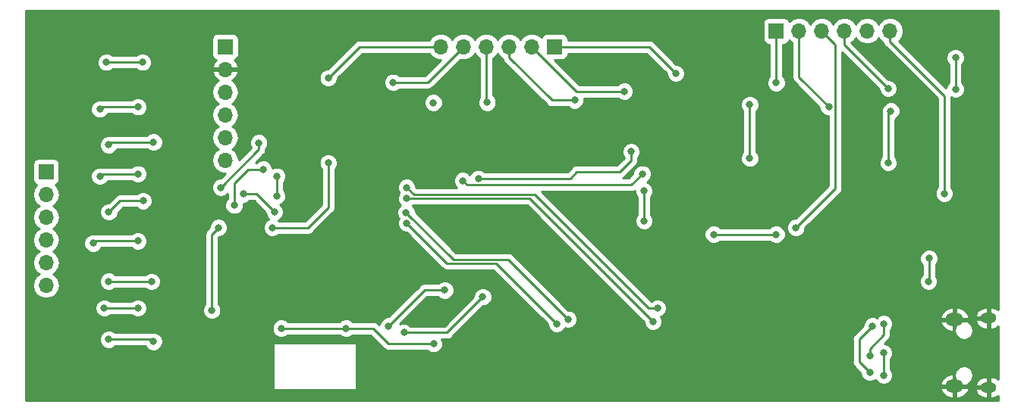
<source format=gbr>
G04 #@! TF.GenerationSoftware,KiCad,Pcbnew,(5.0.1)-3*
G04 #@! TF.CreationDate,2021-03-04T13:58:57-05:00*
G04 #@! TF.ProjectId,pilotage,70696C6F746167652E6B696361645F70,rev?*
G04 #@! TF.SameCoordinates,Original*
G04 #@! TF.FileFunction,Copper,L2,Bot,Signal*
G04 #@! TF.FilePolarity,Positive*
%FSLAX46Y46*%
G04 Gerber Fmt 4.6, Leading zero omitted, Abs format (unit mm)*
G04 Created by KiCad (PCBNEW (5.0.1)-3) date 04/03/2021 13:58:57*
%MOMM*%
%LPD*%
G01*
G04 APERTURE LIST*
G04 #@! TA.AperFunction,ComponentPad*
%ADD10R,1.700000X1.700000*%
G04 #@! TD*
G04 #@! TA.AperFunction,ComponentPad*
%ADD11O,1.700000X1.700000*%
G04 #@! TD*
G04 #@! TA.AperFunction,ComponentPad*
%ADD12O,2.000000X1.450000*%
G04 #@! TD*
G04 #@! TA.AperFunction,ComponentPad*
%ADD13O,1.800000X1.150000*%
G04 #@! TD*
G04 #@! TA.AperFunction,ViaPad*
%ADD14C,0.800000*%
G04 #@! TD*
G04 #@! TA.AperFunction,Conductor*
%ADD15C,0.250000*%
G04 #@! TD*
G04 #@! TA.AperFunction,Conductor*
%ADD16C,0.254000*%
G04 #@! TD*
G04 APERTURE END LIST*
D10*
G04 #@! TO.P,J3,1*
G04 #@! TO.N,+5V*
X103500000Y-60250000D03*
D11*
G04 #@! TO.P,J3,2*
G04 #@! TO.N,GND*
X103500000Y-62790000D03*
G04 #@! TO.P,J3,3*
G04 #@! TO.N,JTMC*
X103500000Y-65330000D03*
G04 #@! TO.P,J3,4*
G04 #@! TO.N,JTCK*
X103500000Y-67870000D03*
G04 #@! TO.P,J3,5*
G04 #@! TO.N,RESET*
X103500000Y-70410000D03*
G04 #@! TO.P,J3,6*
G04 #@! TO.N,+3V3*
X103500000Y-72950000D03*
G04 #@! TD*
D12*
G04 #@! TO.P,J1,6*
G04 #@! TO.N,GND*
X184900000Y-98225000D03*
X184900000Y-90775000D03*
D13*
X188700000Y-98375000D03*
X188700000Y-90625000D03*
G04 #@! TD*
D10*
G04 #@! TO.P,J2,1*
G04 #@! TO.N,moteur_s_a*
X165000000Y-58500000D03*
D11*
G04 #@! TO.P,J2,2*
G04 #@! TO.N,moteur_g_1_b*
X167540000Y-58500000D03*
G04 #@! TO.P,J2,3*
G04 #@! TO.N,moteur_g_2_b*
X170080000Y-58500000D03*
G04 #@! TO.P,J2,4*
G04 #@! TO.N,moteur_g_3_b*
X172620000Y-58500000D03*
G04 #@! TO.P,J2,5*
G04 #@! TO.N,moteur_g_4_b*
X175160000Y-58500000D03*
G04 #@! TO.P,J2,6*
G04 #@! TO.N,moteur_g_5_b*
X177700000Y-58500000D03*
G04 #@! TD*
D10*
G04 #@! TO.P,J4,1*
G04 #@! TO.N,moteur_c_a*
X140250000Y-60250000D03*
D11*
G04 #@! TO.P,J4,2*
G04 #@! TO.N,moteur_c_1_b*
X137710000Y-60250000D03*
G04 #@! TO.P,J4,3*
G04 #@! TO.N,moteur_c_2_b*
X135170000Y-60250000D03*
G04 #@! TO.P,J4,4*
G04 #@! TO.N,moteur_c_3_b*
X132630000Y-60250000D03*
G04 #@! TO.P,J4,5*
G04 #@! TO.N,moteur_c_4_b*
X130090000Y-60250000D03*
G04 #@! TO.P,J4,6*
G04 #@! TO.N,moteur_c_5_b*
X127550000Y-60250000D03*
G04 #@! TD*
D10*
G04 #@! TO.P,J5,1*
G04 #@! TO.N,moteur_s_a*
X83500000Y-74250000D03*
D11*
G04 #@! TO.P,J5,2*
G04 #@! TO.N,moteur_d_1_b*
X83500000Y-76790000D03*
G04 #@! TO.P,J5,3*
G04 #@! TO.N,moteur_d_2_b*
X83500000Y-79330000D03*
G04 #@! TO.P,J5,4*
G04 #@! TO.N,moteur_d_3_b*
X83500000Y-81870000D03*
G04 #@! TO.P,J5,5*
G04 #@! TO.N,moteur_d_4_b*
X83500000Y-84410000D03*
G04 #@! TO.P,J5,6*
G04 #@! TO.N,moteur_d_5_b*
X83500000Y-86950000D03*
G04 #@! TD*
D14*
G04 #@! TO.N,GND*
X170250000Y-95750000D03*
X161750000Y-99000000D03*
X164800000Y-94450000D03*
X140500000Y-96000000D03*
X127250000Y-98588618D03*
X120000000Y-94500000D03*
X127000000Y-90750000D03*
X88000000Y-61750000D03*
X87050000Y-74750000D03*
X99475000Y-85275000D03*
X85750000Y-78750000D03*
X87000000Y-85250000D03*
X82250000Y-98000000D03*
X85000000Y-91000000D03*
X105475000Y-90725000D03*
X104025000Y-98025000D03*
X111250000Y-77000000D03*
X105775000Y-80500000D03*
X113275000Y-72775000D03*
X113000000Y-67000000D03*
X120400000Y-66250000D03*
X142500000Y-70000000D03*
X130237500Y-66512889D03*
X142200000Y-77550000D03*
X153800000Y-70250000D03*
X126725000Y-78500000D03*
X130250000Y-81000000D03*
X160526870Y-71326870D03*
X159000000Y-82750000D03*
X170126870Y-73123130D03*
X175276870Y-85026870D03*
X185750000Y-72750000D03*
X179250000Y-74250000D03*
X171250000Y-90250000D03*
G04 #@! TO.N,+3V3*
X109250000Y-76975000D03*
X109250000Y-74750000D03*
G04 #@! TO.N,RESET*
X117000000Y-91750000D03*
X102750000Y-80500000D03*
X102000000Y-89750000D03*
X109750000Y-91750000D03*
X126750000Y-93500000D03*
G04 #@! TO.N,moteur_c_1_b*
X148050000Y-65250000D03*
X150250000Y-79750000D03*
X150250000Y-76400000D03*
G04 #@! TO.N,moteur_c_2_b*
X142500000Y-66250000D03*
G04 #@! TO.N,moteur_c_3_b*
X126737500Y-66512889D03*
X132737500Y-66500000D03*
G04 #@! TO.N,moteur_c_4_b*
X122250000Y-64250000D03*
G04 #@! TO.N,moteur_c_5_b*
X115000000Y-63750000D03*
G04 #@! TO.N,moteur_g_1_b*
X170876870Y-67000000D03*
G04 #@! TO.N,moteur_d_1_b*
X93750000Y-67000000D03*
X89500000Y-67250000D03*
G04 #@! TO.N,moteur_g_2_b*
X167200000Y-80500000D03*
G04 #@! TO.N,moteur_d_2_b*
X93750000Y-74500000D03*
X89500000Y-74750000D03*
G04 #@! TO.N,moteur_g_3_b*
X177500000Y-64949261D03*
G04 #@! TO.N,moteur_d_3_b*
X93750000Y-82000000D03*
X88750000Y-82250000D03*
G04 #@! TO.N,moteur_g_4_b*
X185000000Y-64999261D03*
X185000000Y-61500000D03*
G04 #@! TO.N,moteur_d_4_b*
X93750000Y-89500000D03*
X90000000Y-89500000D03*
G04 #@! TO.N,moteur_g_5_b*
X183750000Y-76677609D03*
G04 #@! TO.N,Net-(J1-Pad2)*
X177000000Y-94500000D03*
X177000000Y-97000000D03*
G04 #@! TO.N,JTCK*
X109000000Y-78750000D03*
X105500000Y-76750000D03*
G04 #@! TO.N,d1b*
X94250000Y-62000000D03*
X90250000Y-62000000D03*
G04 #@! TO.N,d2b*
X95500000Y-70925000D03*
X90500000Y-71250000D03*
G04 #@! TO.N,d3b*
X94324999Y-77500000D03*
X90500000Y-78750000D03*
G04 #@! TO.N,d4b*
X95275000Y-86525000D03*
X90500000Y-86500000D03*
G04 #@! TO.N,d5b*
X95500000Y-93250000D03*
X90500000Y-93000000D03*
G04 #@! TO.N,Net-(R4-Pad2)*
X158000000Y-81250000D03*
X165000000Y-81250000D03*
G04 #@! TO.N,USB_DP*
X123750000Y-76000000D03*
X151750000Y-89500000D03*
G04 #@! TO.N,USB_DM*
X123750000Y-77250000D03*
X151250000Y-91000000D03*
G04 #@! TO.N,USB_ID*
X123700000Y-78800000D03*
X141750000Y-90750000D03*
G04 #@! TO.N,moteur_c_a*
X153800000Y-63250000D03*
G04 #@! TO.N,moteur_s_a*
X165000000Y-64300000D03*
G04 #@! TO.N,Net-(R10-Pad2)*
X107750000Y-73975000D03*
X104500000Y-78000000D03*
G04 #@! TO.N,Net-(R11-Pad2)*
X103000000Y-76000000D03*
X107250000Y-71000000D03*
G04 #@! TO.N,Net-(R25-Pad1)*
X108750000Y-80500000D03*
X115000000Y-73250000D03*
G04 #@! TO.N,Net-(R28-Pad1)*
X162050000Y-72750000D03*
X162050000Y-66750000D03*
G04 #@! TO.N,Net-(R37-Pad1)*
X123750000Y-80000000D03*
X140500000Y-91250000D03*
G04 #@! TO.N,Net-(R6-Pad2)*
X130000000Y-75250000D03*
X150050000Y-74500000D03*
G04 #@! TO.N,Net-(R7-Pad2)*
X131750000Y-75000000D03*
X148800000Y-72000000D03*
G04 #@! TO.N,Net-(R14-Pad1)*
X123450010Y-92250000D03*
X132250000Y-88250000D03*
X182050739Y-83949261D03*
X182000000Y-86500000D03*
G04 #@! TO.N,Net-(R15-Pad1)*
X121750000Y-91500000D03*
X128000000Y-87500000D03*
G04 #@! TO.N,Net-(R18-Pad1)*
X177800739Y-67449261D03*
X177500000Y-73250000D03*
G04 #@! TO.N,Net-(R38-Pad2)*
X175450000Y-94800000D03*
X177000000Y-91250000D03*
G04 #@! TO.N,Net-(R39-Pad2)*
X175450000Y-96700000D03*
X175750000Y-91500000D03*
G04 #@! TD*
D15*
G04 #@! TO.N,+3V3*
X109250000Y-76975000D02*
X109250000Y-74750000D01*
G04 #@! TO.N,RESET*
X126750000Y-93500000D02*
X126750000Y-93500000D01*
X102000000Y-89750000D02*
X102000000Y-89750000D01*
X120000000Y-91750000D02*
X117000000Y-91750000D01*
X121750000Y-93500000D02*
X120000000Y-91750000D01*
X126750000Y-93500000D02*
X121750000Y-93500000D01*
X117000000Y-91750000D02*
X109750000Y-91750000D01*
X102000000Y-81250000D02*
X102750000Y-80500000D01*
X102000000Y-89750000D02*
X102000000Y-81250000D01*
G04 #@! TO.N,moteur_c_1_b*
X144510000Y-65250000D02*
X148050000Y-65250000D01*
X137710000Y-60250000D02*
X142710000Y-65250000D01*
X142710000Y-65250000D02*
X144510000Y-65250000D01*
X150250000Y-76965685D02*
X150250000Y-79750000D01*
X150250000Y-76400000D02*
X150250000Y-76965685D01*
G04 #@! TO.N,moteur_c_2_b*
X141934315Y-66250000D02*
X142500000Y-66250000D01*
X139967919Y-66250000D02*
X141934315Y-66250000D01*
X135170000Y-61452081D02*
X139967919Y-66250000D01*
X135170000Y-60250000D02*
X135170000Y-61452081D01*
G04 #@! TO.N,moteur_c_3_b*
X132630000Y-66392500D02*
X132737500Y-66500000D01*
X132630000Y-60250000D02*
X132630000Y-66392500D01*
G04 #@! TO.N,moteur_c_4_b*
X126090000Y-64250000D02*
X122250000Y-64250000D01*
X130090000Y-60250000D02*
X126090000Y-64250000D01*
G04 #@! TO.N,moteur_c_5_b*
X118500000Y-60250000D02*
X115000000Y-63750000D01*
X118500000Y-60250000D02*
X127550000Y-60250000D01*
G04 #@! TO.N,moteur_g_1_b*
X167540000Y-63663130D02*
X170876870Y-67000000D01*
X167540000Y-58500000D02*
X167540000Y-63663130D01*
G04 #@! TO.N,moteur_d_1_b*
X89750000Y-67000000D02*
X89500000Y-67250000D01*
X93750000Y-67000000D02*
X89750000Y-67000000D01*
G04 #@! TO.N,moteur_g_2_b*
X170929999Y-59349999D02*
X170080000Y-58500000D01*
X171601871Y-60021871D02*
X170929999Y-59349999D01*
X171601871Y-76098129D02*
X171601871Y-60021871D01*
X167200000Y-80500000D02*
X171601871Y-76098129D01*
G04 #@! TO.N,moteur_d_2_b*
X89750000Y-74500000D02*
X89500000Y-74750000D01*
X93750000Y-74500000D02*
X89750000Y-74500000D01*
G04 #@! TO.N,moteur_g_3_b*
X172620000Y-60069261D02*
X177500000Y-64949261D01*
X172620000Y-58500000D02*
X172620000Y-60069261D01*
G04 #@! TO.N,moteur_d_3_b*
X89000000Y-82000000D02*
X88750000Y-82250000D01*
X93750000Y-82000000D02*
X89000000Y-82000000D01*
G04 #@! TO.N,moteur_g_4_b*
X185000000Y-61500000D02*
X185000000Y-64999261D01*
G04 #@! TO.N,moteur_d_4_b*
X93750000Y-89500000D02*
X90000000Y-89500000D01*
X90000000Y-89500000D02*
X90000000Y-89500000D01*
G04 #@! TO.N,moteur_g_5_b*
X183750000Y-76111924D02*
X183750000Y-76677609D01*
X183750000Y-65752081D02*
X183750000Y-76111924D01*
X177700000Y-59702081D02*
X183750000Y-65752081D01*
X177700000Y-58500000D02*
X177700000Y-59702081D01*
G04 #@! TO.N,Net-(J1-Pad2)*
X177000000Y-95065685D02*
X177000000Y-97000000D01*
X177000000Y-94500000D02*
X177000000Y-95065685D01*
G04 #@! TO.N,JTCK*
X107000000Y-76750000D02*
X109000000Y-78750000D01*
X105500000Y-76750000D02*
X107000000Y-76750000D01*
G04 #@! TO.N,d1b*
X94250000Y-62000000D02*
X90250000Y-62000000D01*
X90250000Y-62000000D02*
X90250000Y-62000000D01*
G04 #@! TO.N,d2b*
X90825000Y-70925000D02*
X90500000Y-71250000D01*
X95500000Y-70925000D02*
X90825000Y-70925000D01*
G04 #@! TO.N,d3b*
X91750000Y-77500000D02*
X90500000Y-78750000D01*
X94324999Y-77500000D02*
X91750000Y-77500000D01*
G04 #@! TO.N,d4b*
X90525000Y-86525000D02*
X90500000Y-86500000D01*
X95275000Y-86525000D02*
X90525000Y-86525000D01*
G04 #@! TO.N,d5b*
X95250000Y-93000000D02*
X95500000Y-93250000D01*
X90500000Y-93000000D02*
X95250000Y-93000000D01*
G04 #@! TO.N,Net-(R4-Pad2)*
X158000000Y-81250000D02*
X165000000Y-81250000D01*
G04 #@! TO.N,USB_DP*
X124549990Y-76799990D02*
X138049990Y-76799990D01*
X123750000Y-76000000D02*
X124549990Y-76799990D01*
X138049990Y-76799990D02*
X150750000Y-89500000D01*
X150750000Y-89500000D02*
X150750000Y-89500000D01*
X150750000Y-89500000D02*
X151750000Y-89500000D01*
G04 #@! TO.N,USB_DM*
X123750000Y-77250000D02*
X137500000Y-77250000D01*
X137500000Y-77250000D02*
X149750000Y-89500000D01*
X149750000Y-89500000D02*
X151250000Y-91000000D01*
X151250000Y-91000000D02*
X151250000Y-91000000D01*
G04 #@! TO.N,USB_ID*
X123700000Y-78800000D02*
X128949990Y-84049990D01*
X128949990Y-84049990D02*
X135049990Y-84049990D01*
X135049990Y-84049990D02*
X141750000Y-90750000D01*
X141750000Y-90750000D02*
X141750000Y-90750000D01*
G04 #@! TO.N,moteur_c_a*
X150800000Y-60250000D02*
X153800000Y-63250000D01*
X140250000Y-60250000D02*
X150800000Y-60250000D01*
G04 #@! TO.N,moteur_s_a*
X165000000Y-58500000D02*
X165000000Y-64300000D01*
G04 #@! TO.N,Net-(R10-Pad2)*
X104500000Y-78000000D02*
X104500000Y-75500000D01*
X106025000Y-73975000D02*
X107750000Y-73975000D01*
X104500000Y-75500000D02*
X106025000Y-73975000D01*
G04 #@! TO.N,Net-(R11-Pad2)*
X107250000Y-71750000D02*
X103000000Y-76000000D01*
X107250000Y-71000000D02*
X107250000Y-71750000D01*
G04 #@! TO.N,Net-(R25-Pad1)*
X108750000Y-80500000D02*
X112750000Y-80500000D01*
X112750000Y-80500000D02*
X115000000Y-78250000D01*
X115000000Y-78250000D02*
X115000000Y-73250000D01*
G04 #@! TO.N,Net-(R28-Pad1)*
X162050000Y-72750000D02*
X162050000Y-68750000D01*
X162050000Y-68750000D02*
X162050000Y-66750000D01*
G04 #@! TO.N,Net-(R37-Pad1)*
X123750000Y-80000000D02*
X128250000Y-84500000D01*
X128250000Y-84500000D02*
X133750000Y-84500000D01*
X133750000Y-84500000D02*
X140500000Y-91250000D01*
X140500000Y-91250000D02*
X140500000Y-91250000D01*
G04 #@! TO.N,Net-(R6-Pad2)*
X150050000Y-74500000D02*
X150050000Y-74500000D01*
X148824999Y-75725001D02*
X150050000Y-74500000D01*
X130000000Y-75250000D02*
X130475001Y-75725001D01*
X130475001Y-75725001D02*
X148824999Y-75725001D01*
G04 #@! TO.N,Net-(R7-Pad2)*
X148800000Y-72000000D02*
X148800000Y-72000000D01*
X142000000Y-75000000D02*
X131750000Y-75000000D01*
X142750000Y-74250000D02*
X142000000Y-75000000D01*
X147550000Y-74250000D02*
X142750000Y-74250000D01*
X148800000Y-72000000D02*
X148800000Y-73000000D01*
X148800000Y-73000000D02*
X147550000Y-74250000D01*
G04 #@! TO.N,Net-(R14-Pad1)*
X123450010Y-92250000D02*
X128250000Y-92250000D01*
X128250000Y-92250000D02*
X132250000Y-88250000D01*
X132250000Y-88250000D02*
X132250000Y-88250000D01*
X182050739Y-86449261D02*
X182000000Y-86500000D01*
X182050739Y-83949261D02*
X182050739Y-86449261D01*
G04 #@! TO.N,Net-(R15-Pad1)*
X125750000Y-87500000D02*
X121750000Y-91500000D01*
X125750000Y-87500000D02*
X128000000Y-87500000D01*
G04 #@! TO.N,Net-(R18-Pad1)*
X177500000Y-67750000D02*
X177800739Y-67449261D01*
X177500000Y-73250000D02*
X177500000Y-67750000D01*
G04 #@! TO.N,Net-(R38-Pad2)*
X175450000Y-94800000D02*
X175450000Y-94050000D01*
X175450000Y-94050000D02*
X177000000Y-92500000D01*
X177000000Y-92500000D02*
X177000000Y-91250000D01*
X177000000Y-91250000D02*
X177000000Y-91250000D01*
G04 #@! TO.N,Net-(R39-Pad2)*
X175450000Y-96700000D02*
X174250000Y-95500000D01*
X174250000Y-95500000D02*
X174250000Y-93000000D01*
X174250000Y-93000000D02*
X175750000Y-91500000D01*
X175750000Y-91500000D02*
X175750000Y-91500000D01*
G04 #@! TD*
D16*
G04 #@! TO.N,GND*
G36*
X189790001Y-89709210D02*
X189605380Y-89555707D01*
X189152000Y-89415000D01*
X188827000Y-89415000D01*
X188827000Y-90498000D01*
X188847000Y-90498000D01*
X188847000Y-90752000D01*
X188827000Y-90752000D01*
X188827000Y-91835000D01*
X189152000Y-91835000D01*
X189605380Y-91694293D01*
X189790001Y-91540790D01*
X189790001Y-97459210D01*
X189605380Y-97305707D01*
X189152000Y-97165000D01*
X188827000Y-97165000D01*
X188827000Y-98248000D01*
X188847000Y-98248000D01*
X188847000Y-98502000D01*
X188827000Y-98502000D01*
X188827000Y-99585000D01*
X189152000Y-99585000D01*
X189605380Y-99444293D01*
X189790001Y-99290790D01*
X189790001Y-99790000D01*
X81210000Y-99790000D01*
X81210000Y-92794126D01*
X89465000Y-92794126D01*
X89465000Y-93205874D01*
X89622569Y-93586280D01*
X89913720Y-93877431D01*
X90294126Y-94035000D01*
X90705874Y-94035000D01*
X91086280Y-93877431D01*
X91203711Y-93760000D01*
X94590973Y-93760000D01*
X94622569Y-93836280D01*
X94913720Y-94127431D01*
X95294126Y-94285000D01*
X95705874Y-94285000D01*
X96086280Y-94127431D01*
X96377431Y-93836280D01*
X96516722Y-93500000D01*
X108873000Y-93500000D01*
X108873000Y-98500000D01*
X108882667Y-98548601D01*
X108910197Y-98589803D01*
X108951399Y-98617333D01*
X109000000Y-98627000D01*
X118000000Y-98627000D01*
X118048601Y-98617333D01*
X118089803Y-98589803D01*
X118108207Y-98562258D01*
X183307481Y-98562258D01*
X183319924Y-98628116D01*
X183573533Y-99096862D01*
X183987218Y-99432875D01*
X184498000Y-99585000D01*
X184773000Y-99585000D01*
X184773000Y-98352000D01*
X185027000Y-98352000D01*
X185027000Y-99585000D01*
X185302000Y-99585000D01*
X185812782Y-99432875D01*
X186226467Y-99096862D01*
X186447310Y-98688677D01*
X187206365Y-98688677D01*
X187208505Y-98720714D01*
X187429598Y-99140796D01*
X187794620Y-99444293D01*
X188248000Y-99585000D01*
X188573000Y-99585000D01*
X188573000Y-98502000D01*
X187331450Y-98502000D01*
X187206365Y-98688677D01*
X186447310Y-98688677D01*
X186480076Y-98628116D01*
X186492519Y-98562258D01*
X186369518Y-98352000D01*
X185027000Y-98352000D01*
X184773000Y-98352000D01*
X183430482Y-98352000D01*
X183307481Y-98562258D01*
X118108207Y-98562258D01*
X118117333Y-98548601D01*
X118127000Y-98500000D01*
X118127000Y-93500000D01*
X118117333Y-93451399D01*
X118089803Y-93410197D01*
X118048601Y-93382667D01*
X118000000Y-93373000D01*
X109000000Y-93373000D01*
X108951399Y-93382667D01*
X108910197Y-93410197D01*
X108882667Y-93451399D01*
X108873000Y-93500000D01*
X96516722Y-93500000D01*
X96535000Y-93455874D01*
X96535000Y-93044126D01*
X96377431Y-92663720D01*
X96086280Y-92372569D01*
X95705874Y-92215000D01*
X95294126Y-92215000D01*
X95263318Y-92227761D01*
X95250000Y-92225112D01*
X95175153Y-92240000D01*
X91203711Y-92240000D01*
X91086280Y-92122569D01*
X90705874Y-91965000D01*
X90294126Y-91965000D01*
X89913720Y-92122569D01*
X89622569Y-92413720D01*
X89465000Y-92794126D01*
X81210000Y-92794126D01*
X81210000Y-91544126D01*
X108715000Y-91544126D01*
X108715000Y-91955874D01*
X108872569Y-92336280D01*
X109163720Y-92627431D01*
X109544126Y-92785000D01*
X109955874Y-92785000D01*
X110336280Y-92627431D01*
X110453711Y-92510000D01*
X116296289Y-92510000D01*
X116413720Y-92627431D01*
X116794126Y-92785000D01*
X117205874Y-92785000D01*
X117586280Y-92627431D01*
X117703711Y-92510000D01*
X119685199Y-92510000D01*
X121159671Y-93984473D01*
X121202071Y-94047929D01*
X121265527Y-94090329D01*
X121453462Y-94215904D01*
X121501605Y-94225480D01*
X121675148Y-94260000D01*
X121675152Y-94260000D01*
X121750000Y-94274888D01*
X121824848Y-94260000D01*
X126046289Y-94260000D01*
X126163720Y-94377431D01*
X126544126Y-94535000D01*
X126955874Y-94535000D01*
X127336280Y-94377431D01*
X127627431Y-94086280D01*
X127785000Y-93705874D01*
X127785000Y-93294126D01*
X127667311Y-93010000D01*
X128175153Y-93010000D01*
X128250000Y-93024888D01*
X128324847Y-93010000D01*
X128324852Y-93010000D01*
X128375125Y-93000000D01*
X173475112Y-93000000D01*
X173490001Y-93074852D01*
X173490000Y-95425153D01*
X173475112Y-95500000D01*
X173490000Y-95574847D01*
X173490000Y-95574851D01*
X173534096Y-95796536D01*
X173702071Y-96047929D01*
X173765530Y-96090331D01*
X174415000Y-96739802D01*
X174415000Y-96905874D01*
X174572569Y-97286280D01*
X174863720Y-97577431D01*
X175244126Y-97735000D01*
X175655874Y-97735000D01*
X176036280Y-97577431D01*
X176094704Y-97519007D01*
X176122569Y-97586280D01*
X176413720Y-97877431D01*
X176794126Y-98035000D01*
X177205874Y-98035000D01*
X177561386Y-97887742D01*
X183307481Y-97887742D01*
X183430482Y-98098000D01*
X184773000Y-98098000D01*
X184773000Y-97000000D01*
X184894724Y-97000000D01*
X184975052Y-97403837D01*
X185027000Y-97481583D01*
X185027000Y-98098000D01*
X186369518Y-98098000D01*
X186390974Y-98061323D01*
X187206365Y-98061323D01*
X187331450Y-98248000D01*
X188573000Y-98248000D01*
X188573000Y-97165000D01*
X188248000Y-97165000D01*
X187794620Y-97305707D01*
X187429598Y-97609204D01*
X187208505Y-98029286D01*
X187206365Y-98061323D01*
X186390974Y-98061323D01*
X186492519Y-97887742D01*
X186491603Y-97882895D01*
X186696193Y-97746193D01*
X186924948Y-97403837D01*
X187005276Y-97000000D01*
X186924948Y-96596163D01*
X186696193Y-96253807D01*
X186353837Y-96025052D01*
X186051935Y-95965000D01*
X185848065Y-95965000D01*
X185546163Y-96025052D01*
X185203807Y-96253807D01*
X184975052Y-96596163D01*
X184894724Y-97000000D01*
X184773000Y-97000000D01*
X184773000Y-96865000D01*
X184498000Y-96865000D01*
X183987218Y-97017125D01*
X183573533Y-97353138D01*
X183319924Y-97821884D01*
X183307481Y-97887742D01*
X177561386Y-97887742D01*
X177586280Y-97877431D01*
X177877431Y-97586280D01*
X178035000Y-97205874D01*
X178035000Y-96794126D01*
X177877431Y-96413720D01*
X177760000Y-96296289D01*
X177760000Y-95203711D01*
X177877431Y-95086280D01*
X178035000Y-94705874D01*
X178035000Y-94294126D01*
X177877431Y-93913720D01*
X177586280Y-93622569D01*
X177205874Y-93465000D01*
X177109802Y-93465000D01*
X177484473Y-93090329D01*
X177547929Y-93047929D01*
X177715904Y-92796537D01*
X177760000Y-92574852D01*
X177760000Y-92574848D01*
X177774888Y-92500001D01*
X177760000Y-92425154D01*
X177760000Y-91953711D01*
X177877431Y-91836280D01*
X178035000Y-91455874D01*
X178035000Y-91112258D01*
X183307481Y-91112258D01*
X183319924Y-91178116D01*
X183573533Y-91646862D01*
X183987218Y-91982875D01*
X184498000Y-92135000D01*
X184773000Y-92135000D01*
X184773000Y-92000000D01*
X184894724Y-92000000D01*
X184975052Y-92403837D01*
X185203807Y-92746193D01*
X185546163Y-92974948D01*
X185848065Y-93035000D01*
X186051935Y-93035000D01*
X186353837Y-92974948D01*
X186696193Y-92746193D01*
X186924948Y-92403837D01*
X187005276Y-92000000D01*
X186924948Y-91596163D01*
X186696193Y-91253807D01*
X186491603Y-91117105D01*
X186492519Y-91112258D01*
X186390975Y-90938677D01*
X187206365Y-90938677D01*
X187208505Y-90970714D01*
X187429598Y-91390796D01*
X187794620Y-91694293D01*
X188248000Y-91835000D01*
X188573000Y-91835000D01*
X188573000Y-90752000D01*
X187331450Y-90752000D01*
X187206365Y-90938677D01*
X186390975Y-90938677D01*
X186369518Y-90902000D01*
X185027000Y-90902000D01*
X185027000Y-91518417D01*
X184975052Y-91596163D01*
X184894724Y-92000000D01*
X184773000Y-92000000D01*
X184773000Y-90902000D01*
X183430482Y-90902000D01*
X183307481Y-91112258D01*
X178035000Y-91112258D01*
X178035000Y-91044126D01*
X177877431Y-90663720D01*
X177651453Y-90437742D01*
X183307481Y-90437742D01*
X183430482Y-90648000D01*
X184773000Y-90648000D01*
X184773000Y-89415000D01*
X185027000Y-89415000D01*
X185027000Y-90648000D01*
X186369518Y-90648000D01*
X186492519Y-90437742D01*
X186480076Y-90371884D01*
X186447311Y-90311323D01*
X187206365Y-90311323D01*
X187331450Y-90498000D01*
X188573000Y-90498000D01*
X188573000Y-89415000D01*
X188248000Y-89415000D01*
X187794620Y-89555707D01*
X187429598Y-89859204D01*
X187208505Y-90279286D01*
X187206365Y-90311323D01*
X186447311Y-90311323D01*
X186226467Y-89903138D01*
X185812782Y-89567125D01*
X185302000Y-89415000D01*
X185027000Y-89415000D01*
X184773000Y-89415000D01*
X184498000Y-89415000D01*
X183987218Y-89567125D01*
X183573533Y-89903138D01*
X183319924Y-90371884D01*
X183307481Y-90437742D01*
X177651453Y-90437742D01*
X177586280Y-90372569D01*
X177205874Y-90215000D01*
X176794126Y-90215000D01*
X176413720Y-90372569D01*
X176214262Y-90572027D01*
X175955874Y-90465000D01*
X175544126Y-90465000D01*
X175163720Y-90622569D01*
X174872569Y-90913720D01*
X174715000Y-91294126D01*
X174715000Y-91460198D01*
X173765528Y-92409671D01*
X173702072Y-92452071D01*
X173659672Y-92515527D01*
X173659671Y-92515528D01*
X173620033Y-92574851D01*
X173534097Y-92703463D01*
X173515307Y-92797929D01*
X173475112Y-93000000D01*
X128375125Y-93000000D01*
X128546537Y-92965904D01*
X128797929Y-92797929D01*
X128840331Y-92734470D01*
X132289802Y-89285000D01*
X132455874Y-89285000D01*
X132836280Y-89127431D01*
X133127431Y-88836280D01*
X133285000Y-88455874D01*
X133285000Y-88044126D01*
X133127431Y-87663720D01*
X132836280Y-87372569D01*
X132455874Y-87215000D01*
X132044126Y-87215000D01*
X131663720Y-87372569D01*
X131372569Y-87663720D01*
X131215000Y-88044126D01*
X131215000Y-88210198D01*
X127935199Y-91490000D01*
X124153721Y-91490000D01*
X124036290Y-91372569D01*
X123655884Y-91215000D01*
X123244136Y-91215000D01*
X123014812Y-91309989D01*
X126064802Y-88260000D01*
X127296289Y-88260000D01*
X127413720Y-88377431D01*
X127794126Y-88535000D01*
X128205874Y-88535000D01*
X128586280Y-88377431D01*
X128877431Y-88086280D01*
X129035000Y-87705874D01*
X129035000Y-87294126D01*
X128877431Y-86913720D01*
X128586280Y-86622569D01*
X128205874Y-86465000D01*
X127794126Y-86465000D01*
X127413720Y-86622569D01*
X127296289Y-86740000D01*
X125824846Y-86740000D01*
X125749999Y-86725112D01*
X125675152Y-86740000D01*
X125675148Y-86740000D01*
X125453463Y-86784096D01*
X125202071Y-86952071D01*
X125159671Y-87015527D01*
X121710199Y-90465000D01*
X121544126Y-90465000D01*
X121163720Y-90622569D01*
X120872569Y-90913720D01*
X120715000Y-91294126D01*
X120715000Y-91390199D01*
X120590331Y-91265530D01*
X120547929Y-91202071D01*
X120296537Y-91034096D01*
X120074852Y-90990000D01*
X120074847Y-90990000D01*
X120000000Y-90975112D01*
X119925153Y-90990000D01*
X117703711Y-90990000D01*
X117586280Y-90872569D01*
X117205874Y-90715000D01*
X116794126Y-90715000D01*
X116413720Y-90872569D01*
X116296289Y-90990000D01*
X110453711Y-90990000D01*
X110336280Y-90872569D01*
X109955874Y-90715000D01*
X109544126Y-90715000D01*
X109163720Y-90872569D01*
X108872569Y-91163720D01*
X108715000Y-91544126D01*
X81210000Y-91544126D01*
X81210000Y-89294126D01*
X88965000Y-89294126D01*
X88965000Y-89705874D01*
X89122569Y-90086280D01*
X89413720Y-90377431D01*
X89794126Y-90535000D01*
X90205874Y-90535000D01*
X90586280Y-90377431D01*
X90703711Y-90260000D01*
X93046289Y-90260000D01*
X93163720Y-90377431D01*
X93544126Y-90535000D01*
X93955874Y-90535000D01*
X94336280Y-90377431D01*
X94627431Y-90086280D01*
X94785000Y-89705874D01*
X94785000Y-89544126D01*
X100965000Y-89544126D01*
X100965000Y-89955874D01*
X101122569Y-90336280D01*
X101413720Y-90627431D01*
X101794126Y-90785000D01*
X102205874Y-90785000D01*
X102586280Y-90627431D01*
X102877431Y-90336280D01*
X103035000Y-89955874D01*
X103035000Y-89544126D01*
X102877431Y-89163720D01*
X102760000Y-89046289D01*
X102760000Y-81564801D01*
X102789801Y-81535000D01*
X102955874Y-81535000D01*
X103336280Y-81377431D01*
X103627431Y-81086280D01*
X103785000Y-80705874D01*
X103785000Y-80294126D01*
X103627431Y-79913720D01*
X103336280Y-79622569D01*
X102955874Y-79465000D01*
X102544126Y-79465000D01*
X102163720Y-79622569D01*
X101872569Y-79913720D01*
X101715000Y-80294126D01*
X101715000Y-80460199D01*
X101515528Y-80659671D01*
X101452072Y-80702071D01*
X101409672Y-80765527D01*
X101409671Y-80765528D01*
X101388951Y-80796538D01*
X101284097Y-80953463D01*
X101265307Y-81047929D01*
X101225112Y-81250000D01*
X101240001Y-81324852D01*
X101240000Y-89046289D01*
X101122569Y-89163720D01*
X100965000Y-89544126D01*
X94785000Y-89544126D01*
X94785000Y-89294126D01*
X94627431Y-88913720D01*
X94336280Y-88622569D01*
X93955874Y-88465000D01*
X93544126Y-88465000D01*
X93163720Y-88622569D01*
X93046289Y-88740000D01*
X90703711Y-88740000D01*
X90586280Y-88622569D01*
X90205874Y-88465000D01*
X89794126Y-88465000D01*
X89413720Y-88622569D01*
X89122569Y-88913720D01*
X88965000Y-89294126D01*
X81210000Y-89294126D01*
X81210000Y-76790000D01*
X81985908Y-76790000D01*
X82101161Y-77369418D01*
X82429375Y-77860625D01*
X82727761Y-78060000D01*
X82429375Y-78259375D01*
X82101161Y-78750582D01*
X81985908Y-79330000D01*
X82101161Y-79909418D01*
X82429375Y-80400625D01*
X82727761Y-80600000D01*
X82429375Y-80799375D01*
X82101161Y-81290582D01*
X81985908Y-81870000D01*
X82101161Y-82449418D01*
X82429375Y-82940625D01*
X82727761Y-83140000D01*
X82429375Y-83339375D01*
X82101161Y-83830582D01*
X81985908Y-84410000D01*
X82101161Y-84989418D01*
X82429375Y-85480625D01*
X82727761Y-85680000D01*
X82429375Y-85879375D01*
X82101161Y-86370582D01*
X81985908Y-86950000D01*
X82101161Y-87529418D01*
X82429375Y-88020625D01*
X82920582Y-88348839D01*
X83353744Y-88435000D01*
X83646256Y-88435000D01*
X84079418Y-88348839D01*
X84570625Y-88020625D01*
X84898839Y-87529418D01*
X85014092Y-86950000D01*
X84898839Y-86370582D01*
X84847753Y-86294126D01*
X89465000Y-86294126D01*
X89465000Y-86705874D01*
X89622569Y-87086280D01*
X89913720Y-87377431D01*
X90294126Y-87535000D01*
X90705874Y-87535000D01*
X91086280Y-87377431D01*
X91178711Y-87285000D01*
X94571289Y-87285000D01*
X94688720Y-87402431D01*
X95069126Y-87560000D01*
X95480874Y-87560000D01*
X95861280Y-87402431D01*
X96152431Y-87111280D01*
X96310000Y-86730874D01*
X96310000Y-86319126D01*
X96152431Y-85938720D01*
X95861280Y-85647569D01*
X95480874Y-85490000D01*
X95069126Y-85490000D01*
X94688720Y-85647569D01*
X94571289Y-85765000D01*
X91228711Y-85765000D01*
X91086280Y-85622569D01*
X90705874Y-85465000D01*
X90294126Y-85465000D01*
X89913720Y-85622569D01*
X89622569Y-85913720D01*
X89465000Y-86294126D01*
X84847753Y-86294126D01*
X84570625Y-85879375D01*
X84272239Y-85680000D01*
X84570625Y-85480625D01*
X84898839Y-84989418D01*
X85014092Y-84410000D01*
X84898839Y-83830582D01*
X84570625Y-83339375D01*
X84272239Y-83140000D01*
X84570625Y-82940625D01*
X84898839Y-82449418D01*
X84979456Y-82044126D01*
X87715000Y-82044126D01*
X87715000Y-82455874D01*
X87872569Y-82836280D01*
X88163720Y-83127431D01*
X88544126Y-83285000D01*
X88955874Y-83285000D01*
X89336280Y-83127431D01*
X89627431Y-82836280D01*
X89659027Y-82760000D01*
X93046289Y-82760000D01*
X93163720Y-82877431D01*
X93544126Y-83035000D01*
X93955874Y-83035000D01*
X94336280Y-82877431D01*
X94627431Y-82586280D01*
X94785000Y-82205874D01*
X94785000Y-81794126D01*
X94627431Y-81413720D01*
X94336280Y-81122569D01*
X93955874Y-80965000D01*
X93544126Y-80965000D01*
X93163720Y-81122569D01*
X93046289Y-81240000D01*
X89074846Y-81240000D01*
X88999999Y-81225112D01*
X88986682Y-81227761D01*
X88955874Y-81215000D01*
X88544126Y-81215000D01*
X88163720Y-81372569D01*
X87872569Y-81663720D01*
X87715000Y-82044126D01*
X84979456Y-82044126D01*
X85014092Y-81870000D01*
X84898839Y-81290582D01*
X84570625Y-80799375D01*
X84272239Y-80600000D01*
X84570625Y-80400625D01*
X84898839Y-79909418D01*
X85014092Y-79330000D01*
X84898839Y-78750582D01*
X84760890Y-78544126D01*
X89465000Y-78544126D01*
X89465000Y-78955874D01*
X89622569Y-79336280D01*
X89913720Y-79627431D01*
X90294126Y-79785000D01*
X90705874Y-79785000D01*
X91086280Y-79627431D01*
X91377431Y-79336280D01*
X91535000Y-78955874D01*
X91535000Y-78789801D01*
X92064802Y-78260000D01*
X93621288Y-78260000D01*
X93738719Y-78377431D01*
X94119125Y-78535000D01*
X94530873Y-78535000D01*
X94911279Y-78377431D01*
X95202430Y-78086280D01*
X95359999Y-77705874D01*
X95359999Y-77294126D01*
X95202430Y-76913720D01*
X94911279Y-76622569D01*
X94530873Y-76465000D01*
X94119125Y-76465000D01*
X93738719Y-76622569D01*
X93621288Y-76740000D01*
X91824847Y-76740000D01*
X91750000Y-76725112D01*
X91675153Y-76740000D01*
X91675148Y-76740000D01*
X91453463Y-76784096D01*
X91202071Y-76952071D01*
X91159671Y-77015527D01*
X90460199Y-77715000D01*
X90294126Y-77715000D01*
X89913720Y-77872569D01*
X89622569Y-78163720D01*
X89465000Y-78544126D01*
X84760890Y-78544126D01*
X84570625Y-78259375D01*
X84272239Y-78060000D01*
X84570625Y-77860625D01*
X84898839Y-77369418D01*
X85014092Y-76790000D01*
X84898839Y-76210582D01*
X84620573Y-75794126D01*
X101965000Y-75794126D01*
X101965000Y-76205874D01*
X102122569Y-76586280D01*
X102413720Y-76877431D01*
X102794126Y-77035000D01*
X103205874Y-77035000D01*
X103586280Y-76877431D01*
X103740001Y-76723710D01*
X103740000Y-77296289D01*
X103622569Y-77413720D01*
X103465000Y-77794126D01*
X103465000Y-78205874D01*
X103622569Y-78586280D01*
X103913720Y-78877431D01*
X104294126Y-79035000D01*
X104705874Y-79035000D01*
X105086280Y-78877431D01*
X105377431Y-78586280D01*
X105535000Y-78205874D01*
X105535000Y-77794126D01*
X105531220Y-77785000D01*
X105705874Y-77785000D01*
X106086280Y-77627431D01*
X106203711Y-77510000D01*
X106685199Y-77510000D01*
X107965000Y-78789802D01*
X107965000Y-78955874D01*
X108122569Y-79336280D01*
X108337059Y-79550770D01*
X108163720Y-79622569D01*
X107872569Y-79913720D01*
X107715000Y-80294126D01*
X107715000Y-80705874D01*
X107872569Y-81086280D01*
X108163720Y-81377431D01*
X108544126Y-81535000D01*
X108955874Y-81535000D01*
X109336280Y-81377431D01*
X109453711Y-81260000D01*
X112675153Y-81260000D01*
X112750000Y-81274888D01*
X112824847Y-81260000D01*
X112824852Y-81260000D01*
X113046537Y-81215904D01*
X113297929Y-81047929D01*
X113340331Y-80984470D01*
X115484473Y-78840329D01*
X115547929Y-78797929D01*
X115684106Y-78594126D01*
X122665000Y-78594126D01*
X122665000Y-79005874D01*
X122822569Y-79386280D01*
X122865961Y-79429672D01*
X122715000Y-79794126D01*
X122715000Y-80205874D01*
X122872569Y-80586280D01*
X123163720Y-80877431D01*
X123544126Y-81035000D01*
X123710199Y-81035000D01*
X127659670Y-84984472D01*
X127702071Y-85047929D01*
X127953463Y-85215904D01*
X128175148Y-85260000D01*
X128175152Y-85260000D01*
X128249999Y-85274888D01*
X128324846Y-85260000D01*
X133435199Y-85260000D01*
X139465000Y-91289802D01*
X139465000Y-91455874D01*
X139622569Y-91836280D01*
X139913720Y-92127431D01*
X140294126Y-92285000D01*
X140705874Y-92285000D01*
X141086280Y-92127431D01*
X141377431Y-91836280D01*
X141419973Y-91733574D01*
X141544126Y-91785000D01*
X141955874Y-91785000D01*
X142336280Y-91627431D01*
X142627431Y-91336280D01*
X142785000Y-90955874D01*
X142785000Y-90544126D01*
X142627431Y-90163720D01*
X142336280Y-89872569D01*
X141955874Y-89715000D01*
X141789802Y-89715000D01*
X135640321Y-83565520D01*
X135597919Y-83502061D01*
X135346527Y-83334086D01*
X135124842Y-83289990D01*
X135124837Y-83289990D01*
X135049990Y-83275102D01*
X134975143Y-83289990D01*
X129264792Y-83289990D01*
X124735000Y-78760199D01*
X124735000Y-78594126D01*
X124577431Y-78213720D01*
X124413711Y-78050000D01*
X124453711Y-78010000D01*
X137185199Y-78010000D01*
X149265527Y-90090329D01*
X149265530Y-90090331D01*
X150215000Y-91039802D01*
X150215000Y-91205874D01*
X150372569Y-91586280D01*
X150663720Y-91877431D01*
X151044126Y-92035000D01*
X151455874Y-92035000D01*
X151836280Y-91877431D01*
X152127431Y-91586280D01*
X152285000Y-91205874D01*
X152285000Y-90794126D01*
X152145186Y-90456585D01*
X152336280Y-90377431D01*
X152627431Y-90086280D01*
X152785000Y-89705874D01*
X152785000Y-89294126D01*
X152627431Y-88913720D01*
X152336280Y-88622569D01*
X151955874Y-88465000D01*
X151544126Y-88465000D01*
X151163720Y-88622569D01*
X151055546Y-88730743D01*
X148618929Y-86294126D01*
X180965000Y-86294126D01*
X180965000Y-86705874D01*
X181122569Y-87086280D01*
X181413720Y-87377431D01*
X181794126Y-87535000D01*
X182205874Y-87535000D01*
X182586280Y-87377431D01*
X182877431Y-87086280D01*
X183035000Y-86705874D01*
X183035000Y-86294126D01*
X182877431Y-85913720D01*
X182810739Y-85847028D01*
X182810739Y-84652972D01*
X182928170Y-84535541D01*
X183085739Y-84155135D01*
X183085739Y-83743387D01*
X182928170Y-83362981D01*
X182637019Y-83071830D01*
X182256613Y-82914261D01*
X181844865Y-82914261D01*
X181464459Y-83071830D01*
X181173308Y-83362981D01*
X181015739Y-83743387D01*
X181015739Y-84155135D01*
X181173308Y-84535541D01*
X181290739Y-84652972D01*
X181290740Y-85745549D01*
X181122569Y-85913720D01*
X180965000Y-86294126D01*
X148618929Y-86294126D01*
X143368928Y-81044126D01*
X156965000Y-81044126D01*
X156965000Y-81455874D01*
X157122569Y-81836280D01*
X157413720Y-82127431D01*
X157794126Y-82285000D01*
X158205874Y-82285000D01*
X158586280Y-82127431D01*
X158703711Y-82010000D01*
X164296289Y-82010000D01*
X164413720Y-82127431D01*
X164794126Y-82285000D01*
X165205874Y-82285000D01*
X165586280Y-82127431D01*
X165877431Y-81836280D01*
X166035000Y-81455874D01*
X166035000Y-81044126D01*
X165877431Y-80663720D01*
X165586280Y-80372569D01*
X165205874Y-80215000D01*
X164794126Y-80215000D01*
X164413720Y-80372569D01*
X164296289Y-80490000D01*
X158703711Y-80490000D01*
X158586280Y-80372569D01*
X158205874Y-80215000D01*
X157794126Y-80215000D01*
X157413720Y-80372569D01*
X157122569Y-80663720D01*
X156965000Y-81044126D01*
X143368928Y-81044126D01*
X138809802Y-76485001D01*
X148750152Y-76485001D01*
X148824999Y-76499889D01*
X148899846Y-76485001D01*
X148899851Y-76485001D01*
X149121536Y-76440905D01*
X149215000Y-76378454D01*
X149215000Y-76605874D01*
X149372569Y-76986280D01*
X149490000Y-77103711D01*
X149490001Y-79046288D01*
X149372569Y-79163720D01*
X149215000Y-79544126D01*
X149215000Y-79955874D01*
X149372569Y-80336280D01*
X149663720Y-80627431D01*
X150044126Y-80785000D01*
X150455874Y-80785000D01*
X150836280Y-80627431D01*
X151127431Y-80336280D01*
X151285000Y-79955874D01*
X151285000Y-79544126D01*
X151127431Y-79163720D01*
X151010000Y-79046289D01*
X151010000Y-77103711D01*
X151127431Y-76986280D01*
X151285000Y-76605874D01*
X151285000Y-76194126D01*
X151127431Y-75813720D01*
X150836280Y-75522569D01*
X150561083Y-75408579D01*
X150636280Y-75377431D01*
X150927431Y-75086280D01*
X151085000Y-74705874D01*
X151085000Y-74294126D01*
X150927431Y-73913720D01*
X150636280Y-73622569D01*
X150255874Y-73465000D01*
X149844126Y-73465000D01*
X149463720Y-73622569D01*
X149172569Y-73913720D01*
X149015000Y-74294126D01*
X149015000Y-74460198D01*
X148510198Y-74965001D01*
X147847888Y-74965001D01*
X148097929Y-74797929D01*
X148140331Y-74734470D01*
X149284473Y-73590329D01*
X149347929Y-73547929D01*
X149515904Y-73296537D01*
X149560000Y-73074852D01*
X149560000Y-73074847D01*
X149574888Y-73000000D01*
X149560000Y-72925153D01*
X149560000Y-72703711D01*
X149677431Y-72586280D01*
X149835000Y-72205874D01*
X149835000Y-71794126D01*
X149677431Y-71413720D01*
X149386280Y-71122569D01*
X149005874Y-70965000D01*
X148594126Y-70965000D01*
X148213720Y-71122569D01*
X147922569Y-71413720D01*
X147765000Y-71794126D01*
X147765000Y-72205874D01*
X147922569Y-72586280D01*
X148030744Y-72694455D01*
X147235199Y-73490000D01*
X142824846Y-73490000D01*
X142749999Y-73475112D01*
X142675152Y-73490000D01*
X142675148Y-73490000D01*
X142453463Y-73534096D01*
X142202071Y-73702071D01*
X142159671Y-73765527D01*
X141685199Y-74240000D01*
X132453711Y-74240000D01*
X132336280Y-74122569D01*
X131955874Y-73965000D01*
X131544126Y-73965000D01*
X131163720Y-74122569D01*
X130872569Y-74413720D01*
X130800770Y-74587059D01*
X130586280Y-74372569D01*
X130205874Y-74215000D01*
X129794126Y-74215000D01*
X129413720Y-74372569D01*
X129122569Y-74663720D01*
X128965000Y-75044126D01*
X128965000Y-75455874D01*
X129122569Y-75836280D01*
X129326279Y-76039990D01*
X124864792Y-76039990D01*
X124785000Y-75960198D01*
X124785000Y-75794126D01*
X124627431Y-75413720D01*
X124336280Y-75122569D01*
X123955874Y-74965000D01*
X123544126Y-74965000D01*
X123163720Y-75122569D01*
X122872569Y-75413720D01*
X122715000Y-75794126D01*
X122715000Y-76205874D01*
X122872569Y-76586280D01*
X122911289Y-76625000D01*
X122872569Y-76663720D01*
X122715000Y-77044126D01*
X122715000Y-77455874D01*
X122872569Y-77836280D01*
X123036289Y-78000000D01*
X122822569Y-78213720D01*
X122665000Y-78594126D01*
X115684106Y-78594126D01*
X115715904Y-78546537D01*
X115760000Y-78324852D01*
X115760000Y-78324848D01*
X115774888Y-78250000D01*
X115760000Y-78175152D01*
X115760000Y-73953711D01*
X115877431Y-73836280D01*
X116035000Y-73455874D01*
X116035000Y-73044126D01*
X115877431Y-72663720D01*
X115586280Y-72372569D01*
X115205874Y-72215000D01*
X114794126Y-72215000D01*
X114413720Y-72372569D01*
X114122569Y-72663720D01*
X113965000Y-73044126D01*
X113965000Y-73455874D01*
X114122569Y-73836280D01*
X114240001Y-73953712D01*
X114240000Y-77935198D01*
X112435199Y-79740000D01*
X109453711Y-79740000D01*
X109412941Y-79699230D01*
X109586280Y-79627431D01*
X109877431Y-79336280D01*
X110035000Y-78955874D01*
X110035000Y-78544126D01*
X109877431Y-78163720D01*
X109645263Y-77931552D01*
X109836280Y-77852431D01*
X110127431Y-77561280D01*
X110285000Y-77180874D01*
X110285000Y-76769126D01*
X110127431Y-76388720D01*
X110010000Y-76271289D01*
X110010000Y-75453711D01*
X110127431Y-75336280D01*
X110285000Y-74955874D01*
X110285000Y-74544126D01*
X110127431Y-74163720D01*
X109836280Y-73872569D01*
X109455874Y-73715000D01*
X109044126Y-73715000D01*
X108785000Y-73822333D01*
X108785000Y-73769126D01*
X108627431Y-73388720D01*
X108336280Y-73097569D01*
X107955874Y-72940000D01*
X107544126Y-72940000D01*
X107163720Y-73097569D01*
X107046289Y-73215000D01*
X106859802Y-73215000D01*
X107734473Y-72340329D01*
X107797929Y-72297929D01*
X107965904Y-72046537D01*
X108010000Y-71824852D01*
X108010000Y-71824848D01*
X108024888Y-71750000D01*
X108014738Y-71698973D01*
X108127431Y-71586280D01*
X108285000Y-71205874D01*
X108285000Y-70794126D01*
X108127431Y-70413720D01*
X107836280Y-70122569D01*
X107455874Y-69965000D01*
X107044126Y-69965000D01*
X106663720Y-70122569D01*
X106372569Y-70413720D01*
X106215000Y-70794126D01*
X106215000Y-71205874D01*
X106362713Y-71562485D01*
X105007639Y-72917559D01*
X104898839Y-72370582D01*
X104570625Y-71879375D01*
X104272239Y-71680000D01*
X104570625Y-71480625D01*
X104898839Y-70989418D01*
X105014092Y-70410000D01*
X104898839Y-69830582D01*
X104570625Y-69339375D01*
X104272239Y-69140000D01*
X104570625Y-68940625D01*
X104898839Y-68449418D01*
X105014092Y-67870000D01*
X104898839Y-67290582D01*
X104570625Y-66799375D01*
X104272239Y-66600000D01*
X104570625Y-66400625D01*
X104633173Y-66307015D01*
X125702500Y-66307015D01*
X125702500Y-66718763D01*
X125860069Y-67099169D01*
X126151220Y-67390320D01*
X126531626Y-67547889D01*
X126943374Y-67547889D01*
X127323780Y-67390320D01*
X127614931Y-67099169D01*
X127772500Y-66718763D01*
X127772500Y-66307015D01*
X127614931Y-65926609D01*
X127323780Y-65635458D01*
X126943374Y-65477889D01*
X126531626Y-65477889D01*
X126151220Y-65635458D01*
X125860069Y-65926609D01*
X125702500Y-66307015D01*
X104633173Y-66307015D01*
X104898839Y-65909418D01*
X105014092Y-65330000D01*
X104898839Y-64750582D01*
X104570625Y-64259375D01*
X104251522Y-64046157D01*
X104381358Y-63985183D01*
X104771645Y-63556924D01*
X104776945Y-63544126D01*
X113965000Y-63544126D01*
X113965000Y-63955874D01*
X114122569Y-64336280D01*
X114413720Y-64627431D01*
X114794126Y-64785000D01*
X115205874Y-64785000D01*
X115586280Y-64627431D01*
X115877431Y-64336280D01*
X116035000Y-63955874D01*
X116035000Y-63789801D01*
X118814803Y-61010000D01*
X126271822Y-61010000D01*
X126479375Y-61320625D01*
X126970582Y-61648839D01*
X127403744Y-61735000D01*
X127530199Y-61735000D01*
X125775199Y-63490000D01*
X122953711Y-63490000D01*
X122836280Y-63372569D01*
X122455874Y-63215000D01*
X122044126Y-63215000D01*
X121663720Y-63372569D01*
X121372569Y-63663720D01*
X121215000Y-64044126D01*
X121215000Y-64455874D01*
X121372569Y-64836280D01*
X121663720Y-65127431D01*
X122044126Y-65285000D01*
X122455874Y-65285000D01*
X122836280Y-65127431D01*
X122953711Y-65010000D01*
X126015153Y-65010000D01*
X126090000Y-65024888D01*
X126164847Y-65010000D01*
X126164852Y-65010000D01*
X126386537Y-64965904D01*
X126637929Y-64797929D01*
X126680331Y-64734470D01*
X129723592Y-61691209D01*
X129943744Y-61735000D01*
X130236256Y-61735000D01*
X130669418Y-61648839D01*
X131160625Y-61320625D01*
X131360000Y-61022239D01*
X131559375Y-61320625D01*
X131870000Y-61528178D01*
X131870001Y-65903788D01*
X131860069Y-65913720D01*
X131702500Y-66294126D01*
X131702500Y-66705874D01*
X131860069Y-67086280D01*
X132151220Y-67377431D01*
X132531626Y-67535000D01*
X132943374Y-67535000D01*
X133323780Y-67377431D01*
X133614931Y-67086280D01*
X133772500Y-66705874D01*
X133772500Y-66294126D01*
X133614931Y-65913720D01*
X133390000Y-65688789D01*
X133390000Y-61528178D01*
X133700625Y-61320625D01*
X133900000Y-61022239D01*
X134099375Y-61320625D01*
X134410287Y-61528370D01*
X134454097Y-61748618D01*
X134484505Y-61794126D01*
X134622072Y-62000010D01*
X134685528Y-62042410D01*
X139377590Y-66734473D01*
X139419990Y-66797929D01*
X139671382Y-66965904D01*
X139893067Y-67010000D01*
X139893071Y-67010000D01*
X139967918Y-67024888D01*
X140042765Y-67010000D01*
X141796289Y-67010000D01*
X141913720Y-67127431D01*
X142294126Y-67285000D01*
X142705874Y-67285000D01*
X143086280Y-67127431D01*
X143377431Y-66836280D01*
X143498444Y-66544126D01*
X161015000Y-66544126D01*
X161015000Y-66955874D01*
X161172569Y-67336280D01*
X161290001Y-67453712D01*
X161290000Y-68824851D01*
X161290001Y-68824856D01*
X161290000Y-72046289D01*
X161172569Y-72163720D01*
X161015000Y-72544126D01*
X161015000Y-72955874D01*
X161172569Y-73336280D01*
X161463720Y-73627431D01*
X161844126Y-73785000D01*
X162255874Y-73785000D01*
X162636280Y-73627431D01*
X162927431Y-73336280D01*
X163085000Y-72955874D01*
X163085000Y-72544126D01*
X162927431Y-72163720D01*
X162810000Y-72046289D01*
X162810000Y-67453711D01*
X162927431Y-67336280D01*
X163085000Y-66955874D01*
X163085000Y-66544126D01*
X162927431Y-66163720D01*
X162636280Y-65872569D01*
X162255874Y-65715000D01*
X161844126Y-65715000D01*
X161463720Y-65872569D01*
X161172569Y-66163720D01*
X161015000Y-66544126D01*
X143498444Y-66544126D01*
X143535000Y-66455874D01*
X143535000Y-66044126D01*
X143520865Y-66010000D01*
X147346289Y-66010000D01*
X147463720Y-66127431D01*
X147844126Y-66285000D01*
X148255874Y-66285000D01*
X148636280Y-66127431D01*
X148927431Y-65836280D01*
X149085000Y-65455874D01*
X149085000Y-65044126D01*
X148927431Y-64663720D01*
X148636280Y-64372569D01*
X148255874Y-64215000D01*
X147844126Y-64215000D01*
X147463720Y-64372569D01*
X147346289Y-64490000D01*
X143024802Y-64490000D01*
X140282241Y-61747440D01*
X141100000Y-61747440D01*
X141347765Y-61698157D01*
X141557809Y-61557809D01*
X141698157Y-61347765D01*
X141747440Y-61100000D01*
X141747440Y-61010000D01*
X150485199Y-61010000D01*
X152765000Y-63289802D01*
X152765000Y-63455874D01*
X152922569Y-63836280D01*
X153213720Y-64127431D01*
X153594126Y-64285000D01*
X154005874Y-64285000D01*
X154386280Y-64127431D01*
X154677431Y-63836280D01*
X154835000Y-63455874D01*
X154835000Y-63044126D01*
X154677431Y-62663720D01*
X154386280Y-62372569D01*
X154005874Y-62215000D01*
X153839802Y-62215000D01*
X151390331Y-59765530D01*
X151347929Y-59702071D01*
X151096537Y-59534096D01*
X150874852Y-59490000D01*
X150874847Y-59490000D01*
X150800000Y-59475112D01*
X150725153Y-59490000D01*
X141747440Y-59490000D01*
X141747440Y-59400000D01*
X141698157Y-59152235D01*
X141557809Y-58942191D01*
X141347765Y-58801843D01*
X141100000Y-58752560D01*
X139400000Y-58752560D01*
X139152235Y-58801843D01*
X138942191Y-58942191D01*
X138801843Y-59152235D01*
X138792816Y-59197619D01*
X138780625Y-59179375D01*
X138289418Y-58851161D01*
X137856256Y-58765000D01*
X137563744Y-58765000D01*
X137130582Y-58851161D01*
X136639375Y-59179375D01*
X136440000Y-59477761D01*
X136240625Y-59179375D01*
X135749418Y-58851161D01*
X135316256Y-58765000D01*
X135023744Y-58765000D01*
X134590582Y-58851161D01*
X134099375Y-59179375D01*
X133900000Y-59477761D01*
X133700625Y-59179375D01*
X133209418Y-58851161D01*
X132776256Y-58765000D01*
X132483744Y-58765000D01*
X132050582Y-58851161D01*
X131559375Y-59179375D01*
X131360000Y-59477761D01*
X131160625Y-59179375D01*
X130669418Y-58851161D01*
X130236256Y-58765000D01*
X129943744Y-58765000D01*
X129510582Y-58851161D01*
X129019375Y-59179375D01*
X128820000Y-59477761D01*
X128620625Y-59179375D01*
X128129418Y-58851161D01*
X127696256Y-58765000D01*
X127403744Y-58765000D01*
X126970582Y-58851161D01*
X126479375Y-59179375D01*
X126271822Y-59490000D01*
X118574846Y-59490000D01*
X118499999Y-59475112D01*
X118425152Y-59490000D01*
X118425148Y-59490000D01*
X118203463Y-59534096D01*
X118203461Y-59534097D01*
X118203462Y-59534097D01*
X118015526Y-59659671D01*
X118015524Y-59659673D01*
X117952071Y-59702071D01*
X117909673Y-59765524D01*
X114960199Y-62715000D01*
X114794126Y-62715000D01*
X114413720Y-62872569D01*
X114122569Y-63163720D01*
X113965000Y-63544126D01*
X104776945Y-63544126D01*
X104941476Y-63146890D01*
X104820155Y-62917000D01*
X103627000Y-62917000D01*
X103627000Y-62937000D01*
X103373000Y-62937000D01*
X103373000Y-62917000D01*
X102179845Y-62917000D01*
X102058524Y-63146890D01*
X102228355Y-63556924D01*
X102618642Y-63985183D01*
X102748478Y-64046157D01*
X102429375Y-64259375D01*
X102101161Y-64750582D01*
X101985908Y-65330000D01*
X102101161Y-65909418D01*
X102429375Y-66400625D01*
X102727761Y-66600000D01*
X102429375Y-66799375D01*
X102101161Y-67290582D01*
X101985908Y-67870000D01*
X102101161Y-68449418D01*
X102429375Y-68940625D01*
X102727761Y-69140000D01*
X102429375Y-69339375D01*
X102101161Y-69830582D01*
X101985908Y-70410000D01*
X102101161Y-70989418D01*
X102429375Y-71480625D01*
X102727761Y-71680000D01*
X102429375Y-71879375D01*
X102101161Y-72370582D01*
X101985908Y-72950000D01*
X102101161Y-73529418D01*
X102429375Y-74020625D01*
X102920582Y-74348839D01*
X103353744Y-74435000D01*
X103490199Y-74435000D01*
X102960199Y-74965000D01*
X102794126Y-74965000D01*
X102413720Y-75122569D01*
X102122569Y-75413720D01*
X101965000Y-75794126D01*
X84620573Y-75794126D01*
X84570625Y-75719375D01*
X84552381Y-75707184D01*
X84597765Y-75698157D01*
X84807809Y-75557809D01*
X84948157Y-75347765D01*
X84997440Y-75100000D01*
X84997440Y-74544126D01*
X88465000Y-74544126D01*
X88465000Y-74955874D01*
X88622569Y-75336280D01*
X88913720Y-75627431D01*
X89294126Y-75785000D01*
X89705874Y-75785000D01*
X90086280Y-75627431D01*
X90377431Y-75336280D01*
X90409027Y-75260000D01*
X93046289Y-75260000D01*
X93163720Y-75377431D01*
X93544126Y-75535000D01*
X93955874Y-75535000D01*
X94336280Y-75377431D01*
X94627431Y-75086280D01*
X94785000Y-74705874D01*
X94785000Y-74294126D01*
X94627431Y-73913720D01*
X94336280Y-73622569D01*
X93955874Y-73465000D01*
X93544126Y-73465000D01*
X93163720Y-73622569D01*
X93046289Y-73740000D01*
X89824846Y-73740000D01*
X89749999Y-73725112D01*
X89736682Y-73727761D01*
X89705874Y-73715000D01*
X89294126Y-73715000D01*
X88913720Y-73872569D01*
X88622569Y-74163720D01*
X88465000Y-74544126D01*
X84997440Y-74544126D01*
X84997440Y-73400000D01*
X84948157Y-73152235D01*
X84807809Y-72942191D01*
X84597765Y-72801843D01*
X84350000Y-72752560D01*
X82650000Y-72752560D01*
X82402235Y-72801843D01*
X82192191Y-72942191D01*
X82051843Y-73152235D01*
X82002560Y-73400000D01*
X82002560Y-75100000D01*
X82051843Y-75347765D01*
X82192191Y-75557809D01*
X82402235Y-75698157D01*
X82447619Y-75707184D01*
X82429375Y-75719375D01*
X82101161Y-76210582D01*
X81985908Y-76790000D01*
X81210000Y-76790000D01*
X81210000Y-71044126D01*
X89465000Y-71044126D01*
X89465000Y-71455874D01*
X89622569Y-71836280D01*
X89913720Y-72127431D01*
X90294126Y-72285000D01*
X90705874Y-72285000D01*
X91086280Y-72127431D01*
X91377431Y-71836280D01*
X91440093Y-71685000D01*
X94796289Y-71685000D01*
X94913720Y-71802431D01*
X95294126Y-71960000D01*
X95705874Y-71960000D01*
X96086280Y-71802431D01*
X96377431Y-71511280D01*
X96535000Y-71130874D01*
X96535000Y-70719126D01*
X96377431Y-70338720D01*
X96086280Y-70047569D01*
X95705874Y-69890000D01*
X95294126Y-69890000D01*
X94913720Y-70047569D01*
X94796289Y-70165000D01*
X90899846Y-70165000D01*
X90824999Y-70150112D01*
X90750152Y-70165000D01*
X90750148Y-70165000D01*
X90528463Y-70209096D01*
X90519627Y-70215000D01*
X90294126Y-70215000D01*
X89913720Y-70372569D01*
X89622569Y-70663720D01*
X89465000Y-71044126D01*
X81210000Y-71044126D01*
X81210000Y-67044126D01*
X88465000Y-67044126D01*
X88465000Y-67455874D01*
X88622569Y-67836280D01*
X88913720Y-68127431D01*
X89294126Y-68285000D01*
X89705874Y-68285000D01*
X90086280Y-68127431D01*
X90377431Y-67836280D01*
X90409027Y-67760000D01*
X93046289Y-67760000D01*
X93163720Y-67877431D01*
X93544126Y-68035000D01*
X93955874Y-68035000D01*
X94336280Y-67877431D01*
X94627431Y-67586280D01*
X94785000Y-67205874D01*
X94785000Y-66794126D01*
X94627431Y-66413720D01*
X94336280Y-66122569D01*
X93955874Y-65965000D01*
X93544126Y-65965000D01*
X93163720Y-66122569D01*
X93046289Y-66240000D01*
X89824846Y-66240000D01*
X89749999Y-66225112D01*
X89736682Y-66227761D01*
X89705874Y-66215000D01*
X89294126Y-66215000D01*
X88913720Y-66372569D01*
X88622569Y-66663720D01*
X88465000Y-67044126D01*
X81210000Y-67044126D01*
X81210000Y-61794126D01*
X89215000Y-61794126D01*
X89215000Y-62205874D01*
X89372569Y-62586280D01*
X89663720Y-62877431D01*
X90044126Y-63035000D01*
X90455874Y-63035000D01*
X90836280Y-62877431D01*
X90953711Y-62760000D01*
X93546289Y-62760000D01*
X93663720Y-62877431D01*
X94044126Y-63035000D01*
X94455874Y-63035000D01*
X94836280Y-62877431D01*
X95127431Y-62586280D01*
X95285000Y-62205874D01*
X95285000Y-61794126D01*
X95127431Y-61413720D01*
X94836280Y-61122569D01*
X94455874Y-60965000D01*
X94044126Y-60965000D01*
X93663720Y-61122569D01*
X93546289Y-61240000D01*
X90953711Y-61240000D01*
X90836280Y-61122569D01*
X90455874Y-60965000D01*
X90044126Y-60965000D01*
X89663720Y-61122569D01*
X89372569Y-61413720D01*
X89215000Y-61794126D01*
X81210000Y-61794126D01*
X81210000Y-59400000D01*
X102002560Y-59400000D01*
X102002560Y-61100000D01*
X102051843Y-61347765D01*
X102192191Y-61557809D01*
X102402235Y-61698157D01*
X102505708Y-61718739D01*
X102228355Y-62023076D01*
X102058524Y-62433110D01*
X102179845Y-62663000D01*
X103373000Y-62663000D01*
X103373000Y-62643000D01*
X103627000Y-62643000D01*
X103627000Y-62663000D01*
X104820155Y-62663000D01*
X104941476Y-62433110D01*
X104771645Y-62023076D01*
X104494292Y-61718739D01*
X104597765Y-61698157D01*
X104807809Y-61557809D01*
X104948157Y-61347765D01*
X104997440Y-61100000D01*
X104997440Y-59400000D01*
X104948157Y-59152235D01*
X104807809Y-58942191D01*
X104597765Y-58801843D01*
X104350000Y-58752560D01*
X102650000Y-58752560D01*
X102402235Y-58801843D01*
X102192191Y-58942191D01*
X102051843Y-59152235D01*
X102002560Y-59400000D01*
X81210000Y-59400000D01*
X81210000Y-57650000D01*
X163502560Y-57650000D01*
X163502560Y-59350000D01*
X163551843Y-59597765D01*
X163692191Y-59807809D01*
X163902235Y-59948157D01*
X164150000Y-59997440D01*
X164240000Y-59997440D01*
X164240001Y-63596288D01*
X164122569Y-63713720D01*
X163965000Y-64094126D01*
X163965000Y-64505874D01*
X164122569Y-64886280D01*
X164413720Y-65177431D01*
X164794126Y-65335000D01*
X165205874Y-65335000D01*
X165586280Y-65177431D01*
X165877431Y-64886280D01*
X166035000Y-64505874D01*
X166035000Y-64094126D01*
X165877431Y-63713720D01*
X165760000Y-63596289D01*
X165760000Y-59997440D01*
X165850000Y-59997440D01*
X166097765Y-59948157D01*
X166307809Y-59807809D01*
X166448157Y-59597765D01*
X166457184Y-59552381D01*
X166469375Y-59570625D01*
X166780000Y-59778178D01*
X166780001Y-63588278D01*
X166765112Y-63663130D01*
X166824097Y-63959667D01*
X166925094Y-64110819D01*
X166992072Y-64211059D01*
X167055528Y-64253459D01*
X169841870Y-67039802D01*
X169841870Y-67205874D01*
X169999439Y-67586280D01*
X170290590Y-67877431D01*
X170670996Y-68035000D01*
X170841872Y-68035000D01*
X170841871Y-75783327D01*
X167160199Y-79465000D01*
X166994126Y-79465000D01*
X166613720Y-79622569D01*
X166322569Y-79913720D01*
X166165000Y-80294126D01*
X166165000Y-80705874D01*
X166322569Y-81086280D01*
X166613720Y-81377431D01*
X166994126Y-81535000D01*
X167405874Y-81535000D01*
X167786280Y-81377431D01*
X168077431Y-81086280D01*
X168235000Y-80705874D01*
X168235000Y-80539801D01*
X172086344Y-76688458D01*
X172149800Y-76646058D01*
X172245086Y-76503453D01*
X172317775Y-76394667D01*
X172353333Y-76215903D01*
X172361871Y-76172981D01*
X172361871Y-76172977D01*
X172376759Y-76098129D01*
X172361871Y-76023281D01*
X172361871Y-73044126D01*
X176465000Y-73044126D01*
X176465000Y-73455874D01*
X176622569Y-73836280D01*
X176913720Y-74127431D01*
X177294126Y-74285000D01*
X177705874Y-74285000D01*
X178086280Y-74127431D01*
X178377431Y-73836280D01*
X178535000Y-73455874D01*
X178535000Y-73044126D01*
X178377431Y-72663720D01*
X178260000Y-72546289D01*
X178260000Y-68379305D01*
X178387019Y-68326692D01*
X178678170Y-68035541D01*
X178835739Y-67655135D01*
X178835739Y-67243387D01*
X178678170Y-66862981D01*
X178387019Y-66571830D01*
X178006613Y-66414261D01*
X177594865Y-66414261D01*
X177214459Y-66571830D01*
X176923308Y-66862981D01*
X176765739Y-67243387D01*
X176765739Y-67545755D01*
X176765307Y-67547929D01*
X176725112Y-67750000D01*
X176740001Y-67824852D01*
X176740000Y-72546289D01*
X176622569Y-72663720D01*
X176465000Y-73044126D01*
X172361871Y-73044126D01*
X172361871Y-60885933D01*
X176465000Y-64989063D01*
X176465000Y-65155135D01*
X176622569Y-65535541D01*
X176913720Y-65826692D01*
X177294126Y-65984261D01*
X177705874Y-65984261D01*
X178086280Y-65826692D01*
X178377431Y-65535541D01*
X178535000Y-65155135D01*
X178535000Y-64743387D01*
X178377431Y-64362981D01*
X178086280Y-64071830D01*
X177705874Y-63914261D01*
X177539802Y-63914261D01*
X173394218Y-59768678D01*
X173690625Y-59570625D01*
X173890000Y-59272239D01*
X174089375Y-59570625D01*
X174580582Y-59898839D01*
X175013744Y-59985000D01*
X175306256Y-59985000D01*
X175739418Y-59898839D01*
X176230625Y-59570625D01*
X176430000Y-59272239D01*
X176629375Y-59570625D01*
X176940287Y-59778370D01*
X176984097Y-59998618D01*
X177102051Y-60175148D01*
X177152072Y-60250010D01*
X177215528Y-60292410D01*
X182990000Y-66066883D01*
X182990001Y-75973897D01*
X182872569Y-76091329D01*
X182715000Y-76471735D01*
X182715000Y-76883483D01*
X182872569Y-77263889D01*
X183163720Y-77555040D01*
X183544126Y-77712609D01*
X183955874Y-77712609D01*
X184336280Y-77555040D01*
X184627431Y-77263889D01*
X184785000Y-76883483D01*
X184785000Y-76471735D01*
X184627431Y-76091329D01*
X184510000Y-75973898D01*
X184510000Y-65916572D01*
X184794126Y-66034261D01*
X185205874Y-66034261D01*
X185586280Y-65876692D01*
X185877431Y-65585541D01*
X186035000Y-65205135D01*
X186035000Y-64793387D01*
X185877431Y-64412981D01*
X185760000Y-64295550D01*
X185760000Y-62203711D01*
X185877431Y-62086280D01*
X186035000Y-61705874D01*
X186035000Y-61294126D01*
X185877431Y-60913720D01*
X185586280Y-60622569D01*
X185205874Y-60465000D01*
X184794126Y-60465000D01*
X184413720Y-60622569D01*
X184122569Y-60913720D01*
X183965000Y-61294126D01*
X183965000Y-61705874D01*
X184122569Y-62086280D01*
X184240000Y-62203711D01*
X184240001Y-64295549D01*
X184122569Y-64412981D01*
X183965000Y-64793387D01*
X183965000Y-64892279D01*
X178694326Y-59621606D01*
X178770625Y-59570625D01*
X179098839Y-59079418D01*
X179214092Y-58500000D01*
X179098839Y-57920582D01*
X178770625Y-57429375D01*
X178279418Y-57101161D01*
X177846256Y-57015000D01*
X177553744Y-57015000D01*
X177120582Y-57101161D01*
X176629375Y-57429375D01*
X176430000Y-57727761D01*
X176230625Y-57429375D01*
X175739418Y-57101161D01*
X175306256Y-57015000D01*
X175013744Y-57015000D01*
X174580582Y-57101161D01*
X174089375Y-57429375D01*
X173890000Y-57727761D01*
X173690625Y-57429375D01*
X173199418Y-57101161D01*
X172766256Y-57015000D01*
X172473744Y-57015000D01*
X172040582Y-57101161D01*
X171549375Y-57429375D01*
X171350000Y-57727761D01*
X171150625Y-57429375D01*
X170659418Y-57101161D01*
X170226256Y-57015000D01*
X169933744Y-57015000D01*
X169500582Y-57101161D01*
X169009375Y-57429375D01*
X168810000Y-57727761D01*
X168610625Y-57429375D01*
X168119418Y-57101161D01*
X167686256Y-57015000D01*
X167393744Y-57015000D01*
X166960582Y-57101161D01*
X166469375Y-57429375D01*
X166457184Y-57447619D01*
X166448157Y-57402235D01*
X166307809Y-57192191D01*
X166097765Y-57051843D01*
X165850000Y-57002560D01*
X164150000Y-57002560D01*
X163902235Y-57051843D01*
X163692191Y-57192191D01*
X163551843Y-57402235D01*
X163502560Y-57650000D01*
X81210000Y-57650000D01*
X81210000Y-56210000D01*
X189790000Y-56210000D01*
X189790001Y-89709210D01*
X189790001Y-89709210D01*
G37*
X189790001Y-89709210D02*
X189605380Y-89555707D01*
X189152000Y-89415000D01*
X188827000Y-89415000D01*
X188827000Y-90498000D01*
X188847000Y-90498000D01*
X188847000Y-90752000D01*
X188827000Y-90752000D01*
X188827000Y-91835000D01*
X189152000Y-91835000D01*
X189605380Y-91694293D01*
X189790001Y-91540790D01*
X189790001Y-97459210D01*
X189605380Y-97305707D01*
X189152000Y-97165000D01*
X188827000Y-97165000D01*
X188827000Y-98248000D01*
X188847000Y-98248000D01*
X188847000Y-98502000D01*
X188827000Y-98502000D01*
X188827000Y-99585000D01*
X189152000Y-99585000D01*
X189605380Y-99444293D01*
X189790001Y-99290790D01*
X189790001Y-99790000D01*
X81210000Y-99790000D01*
X81210000Y-92794126D01*
X89465000Y-92794126D01*
X89465000Y-93205874D01*
X89622569Y-93586280D01*
X89913720Y-93877431D01*
X90294126Y-94035000D01*
X90705874Y-94035000D01*
X91086280Y-93877431D01*
X91203711Y-93760000D01*
X94590973Y-93760000D01*
X94622569Y-93836280D01*
X94913720Y-94127431D01*
X95294126Y-94285000D01*
X95705874Y-94285000D01*
X96086280Y-94127431D01*
X96377431Y-93836280D01*
X96516722Y-93500000D01*
X108873000Y-93500000D01*
X108873000Y-98500000D01*
X108882667Y-98548601D01*
X108910197Y-98589803D01*
X108951399Y-98617333D01*
X109000000Y-98627000D01*
X118000000Y-98627000D01*
X118048601Y-98617333D01*
X118089803Y-98589803D01*
X118108207Y-98562258D01*
X183307481Y-98562258D01*
X183319924Y-98628116D01*
X183573533Y-99096862D01*
X183987218Y-99432875D01*
X184498000Y-99585000D01*
X184773000Y-99585000D01*
X184773000Y-98352000D01*
X185027000Y-98352000D01*
X185027000Y-99585000D01*
X185302000Y-99585000D01*
X185812782Y-99432875D01*
X186226467Y-99096862D01*
X186447310Y-98688677D01*
X187206365Y-98688677D01*
X187208505Y-98720714D01*
X187429598Y-99140796D01*
X187794620Y-99444293D01*
X188248000Y-99585000D01*
X188573000Y-99585000D01*
X188573000Y-98502000D01*
X187331450Y-98502000D01*
X187206365Y-98688677D01*
X186447310Y-98688677D01*
X186480076Y-98628116D01*
X186492519Y-98562258D01*
X186369518Y-98352000D01*
X185027000Y-98352000D01*
X184773000Y-98352000D01*
X183430482Y-98352000D01*
X183307481Y-98562258D01*
X118108207Y-98562258D01*
X118117333Y-98548601D01*
X118127000Y-98500000D01*
X118127000Y-93500000D01*
X118117333Y-93451399D01*
X118089803Y-93410197D01*
X118048601Y-93382667D01*
X118000000Y-93373000D01*
X109000000Y-93373000D01*
X108951399Y-93382667D01*
X108910197Y-93410197D01*
X108882667Y-93451399D01*
X108873000Y-93500000D01*
X96516722Y-93500000D01*
X96535000Y-93455874D01*
X96535000Y-93044126D01*
X96377431Y-92663720D01*
X96086280Y-92372569D01*
X95705874Y-92215000D01*
X95294126Y-92215000D01*
X95263318Y-92227761D01*
X95250000Y-92225112D01*
X95175153Y-92240000D01*
X91203711Y-92240000D01*
X91086280Y-92122569D01*
X90705874Y-91965000D01*
X90294126Y-91965000D01*
X89913720Y-92122569D01*
X89622569Y-92413720D01*
X89465000Y-92794126D01*
X81210000Y-92794126D01*
X81210000Y-91544126D01*
X108715000Y-91544126D01*
X108715000Y-91955874D01*
X108872569Y-92336280D01*
X109163720Y-92627431D01*
X109544126Y-92785000D01*
X109955874Y-92785000D01*
X110336280Y-92627431D01*
X110453711Y-92510000D01*
X116296289Y-92510000D01*
X116413720Y-92627431D01*
X116794126Y-92785000D01*
X117205874Y-92785000D01*
X117586280Y-92627431D01*
X117703711Y-92510000D01*
X119685199Y-92510000D01*
X121159671Y-93984473D01*
X121202071Y-94047929D01*
X121265527Y-94090329D01*
X121453462Y-94215904D01*
X121501605Y-94225480D01*
X121675148Y-94260000D01*
X121675152Y-94260000D01*
X121750000Y-94274888D01*
X121824848Y-94260000D01*
X126046289Y-94260000D01*
X126163720Y-94377431D01*
X126544126Y-94535000D01*
X126955874Y-94535000D01*
X127336280Y-94377431D01*
X127627431Y-94086280D01*
X127785000Y-93705874D01*
X127785000Y-93294126D01*
X127667311Y-93010000D01*
X128175153Y-93010000D01*
X128250000Y-93024888D01*
X128324847Y-93010000D01*
X128324852Y-93010000D01*
X128375125Y-93000000D01*
X173475112Y-93000000D01*
X173490001Y-93074852D01*
X173490000Y-95425153D01*
X173475112Y-95500000D01*
X173490000Y-95574847D01*
X173490000Y-95574851D01*
X173534096Y-95796536D01*
X173702071Y-96047929D01*
X173765530Y-96090331D01*
X174415000Y-96739802D01*
X174415000Y-96905874D01*
X174572569Y-97286280D01*
X174863720Y-97577431D01*
X175244126Y-97735000D01*
X175655874Y-97735000D01*
X176036280Y-97577431D01*
X176094704Y-97519007D01*
X176122569Y-97586280D01*
X176413720Y-97877431D01*
X176794126Y-98035000D01*
X177205874Y-98035000D01*
X177561386Y-97887742D01*
X183307481Y-97887742D01*
X183430482Y-98098000D01*
X184773000Y-98098000D01*
X184773000Y-97000000D01*
X184894724Y-97000000D01*
X184975052Y-97403837D01*
X185027000Y-97481583D01*
X185027000Y-98098000D01*
X186369518Y-98098000D01*
X186390974Y-98061323D01*
X187206365Y-98061323D01*
X187331450Y-98248000D01*
X188573000Y-98248000D01*
X188573000Y-97165000D01*
X188248000Y-97165000D01*
X187794620Y-97305707D01*
X187429598Y-97609204D01*
X187208505Y-98029286D01*
X187206365Y-98061323D01*
X186390974Y-98061323D01*
X186492519Y-97887742D01*
X186491603Y-97882895D01*
X186696193Y-97746193D01*
X186924948Y-97403837D01*
X187005276Y-97000000D01*
X186924948Y-96596163D01*
X186696193Y-96253807D01*
X186353837Y-96025052D01*
X186051935Y-95965000D01*
X185848065Y-95965000D01*
X185546163Y-96025052D01*
X185203807Y-96253807D01*
X184975052Y-96596163D01*
X184894724Y-97000000D01*
X184773000Y-97000000D01*
X184773000Y-96865000D01*
X184498000Y-96865000D01*
X183987218Y-97017125D01*
X183573533Y-97353138D01*
X183319924Y-97821884D01*
X183307481Y-97887742D01*
X177561386Y-97887742D01*
X177586280Y-97877431D01*
X177877431Y-97586280D01*
X178035000Y-97205874D01*
X178035000Y-96794126D01*
X177877431Y-96413720D01*
X177760000Y-96296289D01*
X177760000Y-95203711D01*
X177877431Y-95086280D01*
X178035000Y-94705874D01*
X178035000Y-94294126D01*
X177877431Y-93913720D01*
X177586280Y-93622569D01*
X177205874Y-93465000D01*
X177109802Y-93465000D01*
X177484473Y-93090329D01*
X177547929Y-93047929D01*
X177715904Y-92796537D01*
X177760000Y-92574852D01*
X177760000Y-92574848D01*
X177774888Y-92500001D01*
X177760000Y-92425154D01*
X177760000Y-91953711D01*
X177877431Y-91836280D01*
X178035000Y-91455874D01*
X178035000Y-91112258D01*
X183307481Y-91112258D01*
X183319924Y-91178116D01*
X183573533Y-91646862D01*
X183987218Y-91982875D01*
X184498000Y-92135000D01*
X184773000Y-92135000D01*
X184773000Y-92000000D01*
X184894724Y-92000000D01*
X184975052Y-92403837D01*
X185203807Y-92746193D01*
X185546163Y-92974948D01*
X185848065Y-93035000D01*
X186051935Y-93035000D01*
X186353837Y-92974948D01*
X186696193Y-92746193D01*
X186924948Y-92403837D01*
X187005276Y-92000000D01*
X186924948Y-91596163D01*
X186696193Y-91253807D01*
X186491603Y-91117105D01*
X186492519Y-91112258D01*
X186390975Y-90938677D01*
X187206365Y-90938677D01*
X187208505Y-90970714D01*
X187429598Y-91390796D01*
X187794620Y-91694293D01*
X188248000Y-91835000D01*
X188573000Y-91835000D01*
X188573000Y-90752000D01*
X187331450Y-90752000D01*
X187206365Y-90938677D01*
X186390975Y-90938677D01*
X186369518Y-90902000D01*
X185027000Y-90902000D01*
X185027000Y-91518417D01*
X184975052Y-91596163D01*
X184894724Y-92000000D01*
X184773000Y-92000000D01*
X184773000Y-90902000D01*
X183430482Y-90902000D01*
X183307481Y-91112258D01*
X178035000Y-91112258D01*
X178035000Y-91044126D01*
X177877431Y-90663720D01*
X177651453Y-90437742D01*
X183307481Y-90437742D01*
X183430482Y-90648000D01*
X184773000Y-90648000D01*
X184773000Y-89415000D01*
X185027000Y-89415000D01*
X185027000Y-90648000D01*
X186369518Y-90648000D01*
X186492519Y-90437742D01*
X186480076Y-90371884D01*
X186447311Y-90311323D01*
X187206365Y-90311323D01*
X187331450Y-90498000D01*
X188573000Y-90498000D01*
X188573000Y-89415000D01*
X188248000Y-89415000D01*
X187794620Y-89555707D01*
X187429598Y-89859204D01*
X187208505Y-90279286D01*
X187206365Y-90311323D01*
X186447311Y-90311323D01*
X186226467Y-89903138D01*
X185812782Y-89567125D01*
X185302000Y-89415000D01*
X185027000Y-89415000D01*
X184773000Y-89415000D01*
X184498000Y-89415000D01*
X183987218Y-89567125D01*
X183573533Y-89903138D01*
X183319924Y-90371884D01*
X183307481Y-90437742D01*
X177651453Y-90437742D01*
X177586280Y-90372569D01*
X177205874Y-90215000D01*
X176794126Y-90215000D01*
X176413720Y-90372569D01*
X176214262Y-90572027D01*
X175955874Y-90465000D01*
X175544126Y-90465000D01*
X175163720Y-90622569D01*
X174872569Y-90913720D01*
X174715000Y-91294126D01*
X174715000Y-91460198D01*
X173765528Y-92409671D01*
X173702072Y-92452071D01*
X173659672Y-92515527D01*
X173659671Y-92515528D01*
X173620033Y-92574851D01*
X173534097Y-92703463D01*
X173515307Y-92797929D01*
X173475112Y-93000000D01*
X128375125Y-93000000D01*
X128546537Y-92965904D01*
X128797929Y-92797929D01*
X128840331Y-92734470D01*
X132289802Y-89285000D01*
X132455874Y-89285000D01*
X132836280Y-89127431D01*
X133127431Y-88836280D01*
X133285000Y-88455874D01*
X133285000Y-88044126D01*
X133127431Y-87663720D01*
X132836280Y-87372569D01*
X132455874Y-87215000D01*
X132044126Y-87215000D01*
X131663720Y-87372569D01*
X131372569Y-87663720D01*
X131215000Y-88044126D01*
X131215000Y-88210198D01*
X127935199Y-91490000D01*
X124153721Y-91490000D01*
X124036290Y-91372569D01*
X123655884Y-91215000D01*
X123244136Y-91215000D01*
X123014812Y-91309989D01*
X126064802Y-88260000D01*
X127296289Y-88260000D01*
X127413720Y-88377431D01*
X127794126Y-88535000D01*
X128205874Y-88535000D01*
X128586280Y-88377431D01*
X128877431Y-88086280D01*
X129035000Y-87705874D01*
X129035000Y-87294126D01*
X128877431Y-86913720D01*
X128586280Y-86622569D01*
X128205874Y-86465000D01*
X127794126Y-86465000D01*
X127413720Y-86622569D01*
X127296289Y-86740000D01*
X125824846Y-86740000D01*
X125749999Y-86725112D01*
X125675152Y-86740000D01*
X125675148Y-86740000D01*
X125453463Y-86784096D01*
X125202071Y-86952071D01*
X125159671Y-87015527D01*
X121710199Y-90465000D01*
X121544126Y-90465000D01*
X121163720Y-90622569D01*
X120872569Y-90913720D01*
X120715000Y-91294126D01*
X120715000Y-91390199D01*
X120590331Y-91265530D01*
X120547929Y-91202071D01*
X120296537Y-91034096D01*
X120074852Y-90990000D01*
X120074847Y-90990000D01*
X120000000Y-90975112D01*
X119925153Y-90990000D01*
X117703711Y-90990000D01*
X117586280Y-90872569D01*
X117205874Y-90715000D01*
X116794126Y-90715000D01*
X116413720Y-90872569D01*
X116296289Y-90990000D01*
X110453711Y-90990000D01*
X110336280Y-90872569D01*
X109955874Y-90715000D01*
X109544126Y-90715000D01*
X109163720Y-90872569D01*
X108872569Y-91163720D01*
X108715000Y-91544126D01*
X81210000Y-91544126D01*
X81210000Y-89294126D01*
X88965000Y-89294126D01*
X88965000Y-89705874D01*
X89122569Y-90086280D01*
X89413720Y-90377431D01*
X89794126Y-90535000D01*
X90205874Y-90535000D01*
X90586280Y-90377431D01*
X90703711Y-90260000D01*
X93046289Y-90260000D01*
X93163720Y-90377431D01*
X93544126Y-90535000D01*
X93955874Y-90535000D01*
X94336280Y-90377431D01*
X94627431Y-90086280D01*
X94785000Y-89705874D01*
X94785000Y-89544126D01*
X100965000Y-89544126D01*
X100965000Y-89955874D01*
X101122569Y-90336280D01*
X101413720Y-90627431D01*
X101794126Y-90785000D01*
X102205874Y-90785000D01*
X102586280Y-90627431D01*
X102877431Y-90336280D01*
X103035000Y-89955874D01*
X103035000Y-89544126D01*
X102877431Y-89163720D01*
X102760000Y-89046289D01*
X102760000Y-81564801D01*
X102789801Y-81535000D01*
X102955874Y-81535000D01*
X103336280Y-81377431D01*
X103627431Y-81086280D01*
X103785000Y-80705874D01*
X103785000Y-80294126D01*
X103627431Y-79913720D01*
X103336280Y-79622569D01*
X102955874Y-79465000D01*
X102544126Y-79465000D01*
X102163720Y-79622569D01*
X101872569Y-79913720D01*
X101715000Y-80294126D01*
X101715000Y-80460199D01*
X101515528Y-80659671D01*
X101452072Y-80702071D01*
X101409672Y-80765527D01*
X101409671Y-80765528D01*
X101388951Y-80796538D01*
X101284097Y-80953463D01*
X101265307Y-81047929D01*
X101225112Y-81250000D01*
X101240001Y-81324852D01*
X101240000Y-89046289D01*
X101122569Y-89163720D01*
X100965000Y-89544126D01*
X94785000Y-89544126D01*
X94785000Y-89294126D01*
X94627431Y-88913720D01*
X94336280Y-88622569D01*
X93955874Y-88465000D01*
X93544126Y-88465000D01*
X93163720Y-88622569D01*
X93046289Y-88740000D01*
X90703711Y-88740000D01*
X90586280Y-88622569D01*
X90205874Y-88465000D01*
X89794126Y-88465000D01*
X89413720Y-88622569D01*
X89122569Y-88913720D01*
X88965000Y-89294126D01*
X81210000Y-89294126D01*
X81210000Y-76790000D01*
X81985908Y-76790000D01*
X82101161Y-77369418D01*
X82429375Y-77860625D01*
X82727761Y-78060000D01*
X82429375Y-78259375D01*
X82101161Y-78750582D01*
X81985908Y-79330000D01*
X82101161Y-79909418D01*
X82429375Y-80400625D01*
X82727761Y-80600000D01*
X82429375Y-80799375D01*
X82101161Y-81290582D01*
X81985908Y-81870000D01*
X82101161Y-82449418D01*
X82429375Y-82940625D01*
X82727761Y-83140000D01*
X82429375Y-83339375D01*
X82101161Y-83830582D01*
X81985908Y-84410000D01*
X82101161Y-84989418D01*
X82429375Y-85480625D01*
X82727761Y-85680000D01*
X82429375Y-85879375D01*
X82101161Y-86370582D01*
X81985908Y-86950000D01*
X82101161Y-87529418D01*
X82429375Y-88020625D01*
X82920582Y-88348839D01*
X83353744Y-88435000D01*
X83646256Y-88435000D01*
X84079418Y-88348839D01*
X84570625Y-88020625D01*
X84898839Y-87529418D01*
X85014092Y-86950000D01*
X84898839Y-86370582D01*
X84847753Y-86294126D01*
X89465000Y-86294126D01*
X89465000Y-86705874D01*
X89622569Y-87086280D01*
X89913720Y-87377431D01*
X90294126Y-87535000D01*
X90705874Y-87535000D01*
X91086280Y-87377431D01*
X91178711Y-87285000D01*
X94571289Y-87285000D01*
X94688720Y-87402431D01*
X95069126Y-87560000D01*
X95480874Y-87560000D01*
X95861280Y-87402431D01*
X96152431Y-87111280D01*
X96310000Y-86730874D01*
X96310000Y-86319126D01*
X96152431Y-85938720D01*
X95861280Y-85647569D01*
X95480874Y-85490000D01*
X95069126Y-85490000D01*
X94688720Y-85647569D01*
X94571289Y-85765000D01*
X91228711Y-85765000D01*
X91086280Y-85622569D01*
X90705874Y-85465000D01*
X90294126Y-85465000D01*
X89913720Y-85622569D01*
X89622569Y-85913720D01*
X89465000Y-86294126D01*
X84847753Y-86294126D01*
X84570625Y-85879375D01*
X84272239Y-85680000D01*
X84570625Y-85480625D01*
X84898839Y-84989418D01*
X85014092Y-84410000D01*
X84898839Y-83830582D01*
X84570625Y-83339375D01*
X84272239Y-83140000D01*
X84570625Y-82940625D01*
X84898839Y-82449418D01*
X84979456Y-82044126D01*
X87715000Y-82044126D01*
X87715000Y-82455874D01*
X87872569Y-82836280D01*
X88163720Y-83127431D01*
X88544126Y-83285000D01*
X88955874Y-83285000D01*
X89336280Y-83127431D01*
X89627431Y-82836280D01*
X89659027Y-82760000D01*
X93046289Y-82760000D01*
X93163720Y-82877431D01*
X93544126Y-83035000D01*
X93955874Y-83035000D01*
X94336280Y-82877431D01*
X94627431Y-82586280D01*
X94785000Y-82205874D01*
X94785000Y-81794126D01*
X94627431Y-81413720D01*
X94336280Y-81122569D01*
X93955874Y-80965000D01*
X93544126Y-80965000D01*
X93163720Y-81122569D01*
X93046289Y-81240000D01*
X89074846Y-81240000D01*
X88999999Y-81225112D01*
X88986682Y-81227761D01*
X88955874Y-81215000D01*
X88544126Y-81215000D01*
X88163720Y-81372569D01*
X87872569Y-81663720D01*
X87715000Y-82044126D01*
X84979456Y-82044126D01*
X85014092Y-81870000D01*
X84898839Y-81290582D01*
X84570625Y-80799375D01*
X84272239Y-80600000D01*
X84570625Y-80400625D01*
X84898839Y-79909418D01*
X85014092Y-79330000D01*
X84898839Y-78750582D01*
X84760890Y-78544126D01*
X89465000Y-78544126D01*
X89465000Y-78955874D01*
X89622569Y-79336280D01*
X89913720Y-79627431D01*
X90294126Y-79785000D01*
X90705874Y-79785000D01*
X91086280Y-79627431D01*
X91377431Y-79336280D01*
X91535000Y-78955874D01*
X91535000Y-78789801D01*
X92064802Y-78260000D01*
X93621288Y-78260000D01*
X93738719Y-78377431D01*
X94119125Y-78535000D01*
X94530873Y-78535000D01*
X94911279Y-78377431D01*
X95202430Y-78086280D01*
X95359999Y-77705874D01*
X95359999Y-77294126D01*
X95202430Y-76913720D01*
X94911279Y-76622569D01*
X94530873Y-76465000D01*
X94119125Y-76465000D01*
X93738719Y-76622569D01*
X93621288Y-76740000D01*
X91824847Y-76740000D01*
X91750000Y-76725112D01*
X91675153Y-76740000D01*
X91675148Y-76740000D01*
X91453463Y-76784096D01*
X91202071Y-76952071D01*
X91159671Y-77015527D01*
X90460199Y-77715000D01*
X90294126Y-77715000D01*
X89913720Y-77872569D01*
X89622569Y-78163720D01*
X89465000Y-78544126D01*
X84760890Y-78544126D01*
X84570625Y-78259375D01*
X84272239Y-78060000D01*
X84570625Y-77860625D01*
X84898839Y-77369418D01*
X85014092Y-76790000D01*
X84898839Y-76210582D01*
X84620573Y-75794126D01*
X101965000Y-75794126D01*
X101965000Y-76205874D01*
X102122569Y-76586280D01*
X102413720Y-76877431D01*
X102794126Y-77035000D01*
X103205874Y-77035000D01*
X103586280Y-76877431D01*
X103740001Y-76723710D01*
X103740000Y-77296289D01*
X103622569Y-77413720D01*
X103465000Y-77794126D01*
X103465000Y-78205874D01*
X103622569Y-78586280D01*
X103913720Y-78877431D01*
X104294126Y-79035000D01*
X104705874Y-79035000D01*
X105086280Y-78877431D01*
X105377431Y-78586280D01*
X105535000Y-78205874D01*
X105535000Y-77794126D01*
X105531220Y-77785000D01*
X105705874Y-77785000D01*
X106086280Y-77627431D01*
X106203711Y-77510000D01*
X106685199Y-77510000D01*
X107965000Y-78789802D01*
X107965000Y-78955874D01*
X108122569Y-79336280D01*
X108337059Y-79550770D01*
X108163720Y-79622569D01*
X107872569Y-79913720D01*
X107715000Y-80294126D01*
X107715000Y-80705874D01*
X107872569Y-81086280D01*
X108163720Y-81377431D01*
X108544126Y-81535000D01*
X108955874Y-81535000D01*
X109336280Y-81377431D01*
X109453711Y-81260000D01*
X112675153Y-81260000D01*
X112750000Y-81274888D01*
X112824847Y-81260000D01*
X112824852Y-81260000D01*
X113046537Y-81215904D01*
X113297929Y-81047929D01*
X113340331Y-80984470D01*
X115484473Y-78840329D01*
X115547929Y-78797929D01*
X115684106Y-78594126D01*
X122665000Y-78594126D01*
X122665000Y-79005874D01*
X122822569Y-79386280D01*
X122865961Y-79429672D01*
X122715000Y-79794126D01*
X122715000Y-80205874D01*
X122872569Y-80586280D01*
X123163720Y-80877431D01*
X123544126Y-81035000D01*
X123710199Y-81035000D01*
X127659670Y-84984472D01*
X127702071Y-85047929D01*
X127953463Y-85215904D01*
X128175148Y-85260000D01*
X128175152Y-85260000D01*
X128249999Y-85274888D01*
X128324846Y-85260000D01*
X133435199Y-85260000D01*
X139465000Y-91289802D01*
X139465000Y-91455874D01*
X139622569Y-91836280D01*
X139913720Y-92127431D01*
X140294126Y-92285000D01*
X140705874Y-92285000D01*
X141086280Y-92127431D01*
X141377431Y-91836280D01*
X141419973Y-91733574D01*
X141544126Y-91785000D01*
X141955874Y-91785000D01*
X142336280Y-91627431D01*
X142627431Y-91336280D01*
X142785000Y-90955874D01*
X142785000Y-90544126D01*
X142627431Y-90163720D01*
X142336280Y-89872569D01*
X141955874Y-89715000D01*
X141789802Y-89715000D01*
X135640321Y-83565520D01*
X135597919Y-83502061D01*
X135346527Y-83334086D01*
X135124842Y-83289990D01*
X135124837Y-83289990D01*
X135049990Y-83275102D01*
X134975143Y-83289990D01*
X129264792Y-83289990D01*
X124735000Y-78760199D01*
X124735000Y-78594126D01*
X124577431Y-78213720D01*
X124413711Y-78050000D01*
X124453711Y-78010000D01*
X137185199Y-78010000D01*
X149265527Y-90090329D01*
X149265530Y-90090331D01*
X150215000Y-91039802D01*
X150215000Y-91205874D01*
X150372569Y-91586280D01*
X150663720Y-91877431D01*
X151044126Y-92035000D01*
X151455874Y-92035000D01*
X151836280Y-91877431D01*
X152127431Y-91586280D01*
X152285000Y-91205874D01*
X152285000Y-90794126D01*
X152145186Y-90456585D01*
X152336280Y-90377431D01*
X152627431Y-90086280D01*
X152785000Y-89705874D01*
X152785000Y-89294126D01*
X152627431Y-88913720D01*
X152336280Y-88622569D01*
X151955874Y-88465000D01*
X151544126Y-88465000D01*
X151163720Y-88622569D01*
X151055546Y-88730743D01*
X148618929Y-86294126D01*
X180965000Y-86294126D01*
X180965000Y-86705874D01*
X181122569Y-87086280D01*
X181413720Y-87377431D01*
X181794126Y-87535000D01*
X182205874Y-87535000D01*
X182586280Y-87377431D01*
X182877431Y-87086280D01*
X183035000Y-86705874D01*
X183035000Y-86294126D01*
X182877431Y-85913720D01*
X182810739Y-85847028D01*
X182810739Y-84652972D01*
X182928170Y-84535541D01*
X183085739Y-84155135D01*
X183085739Y-83743387D01*
X182928170Y-83362981D01*
X182637019Y-83071830D01*
X182256613Y-82914261D01*
X181844865Y-82914261D01*
X181464459Y-83071830D01*
X181173308Y-83362981D01*
X181015739Y-83743387D01*
X181015739Y-84155135D01*
X181173308Y-84535541D01*
X181290739Y-84652972D01*
X181290740Y-85745549D01*
X181122569Y-85913720D01*
X180965000Y-86294126D01*
X148618929Y-86294126D01*
X143368928Y-81044126D01*
X156965000Y-81044126D01*
X156965000Y-81455874D01*
X157122569Y-81836280D01*
X157413720Y-82127431D01*
X157794126Y-82285000D01*
X158205874Y-82285000D01*
X158586280Y-82127431D01*
X158703711Y-82010000D01*
X164296289Y-82010000D01*
X164413720Y-82127431D01*
X164794126Y-82285000D01*
X165205874Y-82285000D01*
X165586280Y-82127431D01*
X165877431Y-81836280D01*
X166035000Y-81455874D01*
X166035000Y-81044126D01*
X165877431Y-80663720D01*
X165586280Y-80372569D01*
X165205874Y-80215000D01*
X164794126Y-80215000D01*
X164413720Y-80372569D01*
X164296289Y-80490000D01*
X158703711Y-80490000D01*
X158586280Y-80372569D01*
X158205874Y-80215000D01*
X157794126Y-80215000D01*
X157413720Y-80372569D01*
X157122569Y-80663720D01*
X156965000Y-81044126D01*
X143368928Y-81044126D01*
X138809802Y-76485001D01*
X148750152Y-76485001D01*
X148824999Y-76499889D01*
X148899846Y-76485001D01*
X148899851Y-76485001D01*
X149121536Y-76440905D01*
X149215000Y-76378454D01*
X149215000Y-76605874D01*
X149372569Y-76986280D01*
X149490000Y-77103711D01*
X149490001Y-79046288D01*
X149372569Y-79163720D01*
X149215000Y-79544126D01*
X149215000Y-79955874D01*
X149372569Y-80336280D01*
X149663720Y-80627431D01*
X150044126Y-80785000D01*
X150455874Y-80785000D01*
X150836280Y-80627431D01*
X151127431Y-80336280D01*
X151285000Y-79955874D01*
X151285000Y-79544126D01*
X151127431Y-79163720D01*
X151010000Y-79046289D01*
X151010000Y-77103711D01*
X151127431Y-76986280D01*
X151285000Y-76605874D01*
X151285000Y-76194126D01*
X151127431Y-75813720D01*
X150836280Y-75522569D01*
X150561083Y-75408579D01*
X150636280Y-75377431D01*
X150927431Y-75086280D01*
X151085000Y-74705874D01*
X151085000Y-74294126D01*
X150927431Y-73913720D01*
X150636280Y-73622569D01*
X150255874Y-73465000D01*
X149844126Y-73465000D01*
X149463720Y-73622569D01*
X149172569Y-73913720D01*
X149015000Y-74294126D01*
X149015000Y-74460198D01*
X148510198Y-74965001D01*
X147847888Y-74965001D01*
X148097929Y-74797929D01*
X148140331Y-74734470D01*
X149284473Y-73590329D01*
X149347929Y-73547929D01*
X149515904Y-73296537D01*
X149560000Y-73074852D01*
X149560000Y-73074847D01*
X149574888Y-73000000D01*
X149560000Y-72925153D01*
X149560000Y-72703711D01*
X149677431Y-72586280D01*
X149835000Y-72205874D01*
X149835000Y-71794126D01*
X149677431Y-71413720D01*
X149386280Y-71122569D01*
X149005874Y-70965000D01*
X148594126Y-70965000D01*
X148213720Y-71122569D01*
X147922569Y-71413720D01*
X147765000Y-71794126D01*
X147765000Y-72205874D01*
X147922569Y-72586280D01*
X148030744Y-72694455D01*
X147235199Y-73490000D01*
X142824846Y-73490000D01*
X142749999Y-73475112D01*
X142675152Y-73490000D01*
X142675148Y-73490000D01*
X142453463Y-73534096D01*
X142202071Y-73702071D01*
X142159671Y-73765527D01*
X141685199Y-74240000D01*
X132453711Y-74240000D01*
X132336280Y-74122569D01*
X131955874Y-73965000D01*
X131544126Y-73965000D01*
X131163720Y-74122569D01*
X130872569Y-74413720D01*
X130800770Y-74587059D01*
X130586280Y-74372569D01*
X130205874Y-74215000D01*
X129794126Y-74215000D01*
X129413720Y-74372569D01*
X129122569Y-74663720D01*
X128965000Y-75044126D01*
X128965000Y-75455874D01*
X129122569Y-75836280D01*
X129326279Y-76039990D01*
X124864792Y-76039990D01*
X124785000Y-75960198D01*
X124785000Y-75794126D01*
X124627431Y-75413720D01*
X124336280Y-75122569D01*
X123955874Y-74965000D01*
X123544126Y-74965000D01*
X123163720Y-75122569D01*
X122872569Y-75413720D01*
X122715000Y-75794126D01*
X122715000Y-76205874D01*
X122872569Y-76586280D01*
X122911289Y-76625000D01*
X122872569Y-76663720D01*
X122715000Y-77044126D01*
X122715000Y-77455874D01*
X122872569Y-77836280D01*
X123036289Y-78000000D01*
X122822569Y-78213720D01*
X122665000Y-78594126D01*
X115684106Y-78594126D01*
X115715904Y-78546537D01*
X115760000Y-78324852D01*
X115760000Y-78324848D01*
X115774888Y-78250000D01*
X115760000Y-78175152D01*
X115760000Y-73953711D01*
X115877431Y-73836280D01*
X116035000Y-73455874D01*
X116035000Y-73044126D01*
X115877431Y-72663720D01*
X115586280Y-72372569D01*
X115205874Y-72215000D01*
X114794126Y-72215000D01*
X114413720Y-72372569D01*
X114122569Y-72663720D01*
X113965000Y-73044126D01*
X113965000Y-73455874D01*
X114122569Y-73836280D01*
X114240001Y-73953712D01*
X114240000Y-77935198D01*
X112435199Y-79740000D01*
X109453711Y-79740000D01*
X109412941Y-79699230D01*
X109586280Y-79627431D01*
X109877431Y-79336280D01*
X110035000Y-78955874D01*
X110035000Y-78544126D01*
X109877431Y-78163720D01*
X109645263Y-77931552D01*
X109836280Y-77852431D01*
X110127431Y-77561280D01*
X110285000Y-77180874D01*
X110285000Y-76769126D01*
X110127431Y-76388720D01*
X110010000Y-76271289D01*
X110010000Y-75453711D01*
X110127431Y-75336280D01*
X110285000Y-74955874D01*
X110285000Y-74544126D01*
X110127431Y-74163720D01*
X109836280Y-73872569D01*
X109455874Y-73715000D01*
X109044126Y-73715000D01*
X108785000Y-73822333D01*
X108785000Y-73769126D01*
X108627431Y-73388720D01*
X108336280Y-73097569D01*
X107955874Y-72940000D01*
X107544126Y-72940000D01*
X107163720Y-73097569D01*
X107046289Y-73215000D01*
X106859802Y-73215000D01*
X107734473Y-72340329D01*
X107797929Y-72297929D01*
X107965904Y-72046537D01*
X108010000Y-71824852D01*
X108010000Y-71824848D01*
X108024888Y-71750000D01*
X108014738Y-71698973D01*
X108127431Y-71586280D01*
X108285000Y-71205874D01*
X108285000Y-70794126D01*
X108127431Y-70413720D01*
X107836280Y-70122569D01*
X107455874Y-69965000D01*
X107044126Y-69965000D01*
X106663720Y-70122569D01*
X106372569Y-70413720D01*
X106215000Y-70794126D01*
X106215000Y-71205874D01*
X106362713Y-71562485D01*
X105007639Y-72917559D01*
X104898839Y-72370582D01*
X104570625Y-71879375D01*
X104272239Y-71680000D01*
X104570625Y-71480625D01*
X104898839Y-70989418D01*
X105014092Y-70410000D01*
X104898839Y-69830582D01*
X104570625Y-69339375D01*
X104272239Y-69140000D01*
X104570625Y-68940625D01*
X104898839Y-68449418D01*
X105014092Y-67870000D01*
X104898839Y-67290582D01*
X104570625Y-66799375D01*
X104272239Y-66600000D01*
X104570625Y-66400625D01*
X104633173Y-66307015D01*
X125702500Y-66307015D01*
X125702500Y-66718763D01*
X125860069Y-67099169D01*
X126151220Y-67390320D01*
X126531626Y-67547889D01*
X126943374Y-67547889D01*
X127323780Y-67390320D01*
X127614931Y-67099169D01*
X127772500Y-66718763D01*
X127772500Y-66307015D01*
X127614931Y-65926609D01*
X127323780Y-65635458D01*
X126943374Y-65477889D01*
X126531626Y-65477889D01*
X126151220Y-65635458D01*
X125860069Y-65926609D01*
X125702500Y-66307015D01*
X104633173Y-66307015D01*
X104898839Y-65909418D01*
X105014092Y-65330000D01*
X104898839Y-64750582D01*
X104570625Y-64259375D01*
X104251522Y-64046157D01*
X104381358Y-63985183D01*
X104771645Y-63556924D01*
X104776945Y-63544126D01*
X113965000Y-63544126D01*
X113965000Y-63955874D01*
X114122569Y-64336280D01*
X114413720Y-64627431D01*
X114794126Y-64785000D01*
X115205874Y-64785000D01*
X115586280Y-64627431D01*
X115877431Y-64336280D01*
X116035000Y-63955874D01*
X116035000Y-63789801D01*
X118814803Y-61010000D01*
X126271822Y-61010000D01*
X126479375Y-61320625D01*
X126970582Y-61648839D01*
X127403744Y-61735000D01*
X127530199Y-61735000D01*
X125775199Y-63490000D01*
X122953711Y-63490000D01*
X122836280Y-63372569D01*
X122455874Y-63215000D01*
X122044126Y-63215000D01*
X121663720Y-63372569D01*
X121372569Y-63663720D01*
X121215000Y-64044126D01*
X121215000Y-64455874D01*
X121372569Y-64836280D01*
X121663720Y-65127431D01*
X122044126Y-65285000D01*
X122455874Y-65285000D01*
X122836280Y-65127431D01*
X122953711Y-65010000D01*
X126015153Y-65010000D01*
X126090000Y-65024888D01*
X126164847Y-65010000D01*
X126164852Y-65010000D01*
X126386537Y-64965904D01*
X126637929Y-64797929D01*
X126680331Y-64734470D01*
X129723592Y-61691209D01*
X129943744Y-61735000D01*
X130236256Y-61735000D01*
X130669418Y-61648839D01*
X131160625Y-61320625D01*
X131360000Y-61022239D01*
X131559375Y-61320625D01*
X131870000Y-61528178D01*
X131870001Y-65903788D01*
X131860069Y-65913720D01*
X131702500Y-66294126D01*
X131702500Y-66705874D01*
X131860069Y-67086280D01*
X132151220Y-67377431D01*
X132531626Y-67535000D01*
X132943374Y-67535000D01*
X133323780Y-67377431D01*
X133614931Y-67086280D01*
X133772500Y-66705874D01*
X133772500Y-66294126D01*
X133614931Y-65913720D01*
X133390000Y-65688789D01*
X133390000Y-61528178D01*
X133700625Y-61320625D01*
X133900000Y-61022239D01*
X134099375Y-61320625D01*
X134410287Y-61528370D01*
X134454097Y-61748618D01*
X134484505Y-61794126D01*
X134622072Y-62000010D01*
X134685528Y-62042410D01*
X139377590Y-66734473D01*
X139419990Y-66797929D01*
X139671382Y-66965904D01*
X139893067Y-67010000D01*
X139893071Y-67010000D01*
X139967918Y-67024888D01*
X140042765Y-67010000D01*
X141796289Y-67010000D01*
X141913720Y-67127431D01*
X142294126Y-67285000D01*
X142705874Y-67285000D01*
X143086280Y-67127431D01*
X143377431Y-66836280D01*
X143498444Y-66544126D01*
X161015000Y-66544126D01*
X161015000Y-66955874D01*
X161172569Y-67336280D01*
X161290001Y-67453712D01*
X161290000Y-68824851D01*
X161290001Y-68824856D01*
X161290000Y-72046289D01*
X161172569Y-72163720D01*
X161015000Y-72544126D01*
X161015000Y-72955874D01*
X161172569Y-73336280D01*
X161463720Y-73627431D01*
X161844126Y-73785000D01*
X162255874Y-73785000D01*
X162636280Y-73627431D01*
X162927431Y-73336280D01*
X163085000Y-72955874D01*
X163085000Y-72544126D01*
X162927431Y-72163720D01*
X162810000Y-72046289D01*
X162810000Y-67453711D01*
X162927431Y-67336280D01*
X163085000Y-66955874D01*
X163085000Y-66544126D01*
X162927431Y-66163720D01*
X162636280Y-65872569D01*
X162255874Y-65715000D01*
X161844126Y-65715000D01*
X161463720Y-65872569D01*
X161172569Y-66163720D01*
X161015000Y-66544126D01*
X143498444Y-66544126D01*
X143535000Y-66455874D01*
X143535000Y-66044126D01*
X143520865Y-66010000D01*
X147346289Y-66010000D01*
X147463720Y-66127431D01*
X147844126Y-66285000D01*
X148255874Y-66285000D01*
X148636280Y-66127431D01*
X148927431Y-65836280D01*
X149085000Y-65455874D01*
X149085000Y-65044126D01*
X148927431Y-64663720D01*
X148636280Y-64372569D01*
X148255874Y-64215000D01*
X147844126Y-64215000D01*
X147463720Y-64372569D01*
X147346289Y-64490000D01*
X143024802Y-64490000D01*
X140282241Y-61747440D01*
X141100000Y-61747440D01*
X141347765Y-61698157D01*
X141557809Y-61557809D01*
X141698157Y-61347765D01*
X141747440Y-61100000D01*
X141747440Y-61010000D01*
X150485199Y-61010000D01*
X152765000Y-63289802D01*
X152765000Y-63455874D01*
X152922569Y-63836280D01*
X153213720Y-64127431D01*
X153594126Y-64285000D01*
X154005874Y-64285000D01*
X154386280Y-64127431D01*
X154677431Y-63836280D01*
X154835000Y-63455874D01*
X154835000Y-63044126D01*
X154677431Y-62663720D01*
X154386280Y-62372569D01*
X154005874Y-62215000D01*
X153839802Y-62215000D01*
X151390331Y-59765530D01*
X151347929Y-59702071D01*
X151096537Y-59534096D01*
X150874852Y-59490000D01*
X150874847Y-59490000D01*
X150800000Y-59475112D01*
X150725153Y-59490000D01*
X141747440Y-59490000D01*
X141747440Y-59400000D01*
X141698157Y-59152235D01*
X141557809Y-58942191D01*
X141347765Y-58801843D01*
X141100000Y-58752560D01*
X139400000Y-58752560D01*
X139152235Y-58801843D01*
X138942191Y-58942191D01*
X138801843Y-59152235D01*
X138792816Y-59197619D01*
X138780625Y-59179375D01*
X138289418Y-58851161D01*
X137856256Y-58765000D01*
X137563744Y-58765000D01*
X137130582Y-58851161D01*
X136639375Y-59179375D01*
X136440000Y-59477761D01*
X136240625Y-59179375D01*
X135749418Y-58851161D01*
X135316256Y-58765000D01*
X135023744Y-58765000D01*
X134590582Y-58851161D01*
X134099375Y-59179375D01*
X133900000Y-59477761D01*
X133700625Y-59179375D01*
X133209418Y-58851161D01*
X132776256Y-58765000D01*
X132483744Y-58765000D01*
X132050582Y-58851161D01*
X131559375Y-59179375D01*
X131360000Y-59477761D01*
X131160625Y-59179375D01*
X130669418Y-58851161D01*
X130236256Y-58765000D01*
X129943744Y-58765000D01*
X129510582Y-58851161D01*
X129019375Y-59179375D01*
X128820000Y-59477761D01*
X128620625Y-59179375D01*
X128129418Y-58851161D01*
X127696256Y-58765000D01*
X127403744Y-58765000D01*
X126970582Y-58851161D01*
X126479375Y-59179375D01*
X126271822Y-59490000D01*
X118574846Y-59490000D01*
X118499999Y-59475112D01*
X118425152Y-59490000D01*
X118425148Y-59490000D01*
X118203463Y-59534096D01*
X118203461Y-59534097D01*
X118203462Y-59534097D01*
X118015526Y-59659671D01*
X118015524Y-59659673D01*
X117952071Y-59702071D01*
X117909673Y-59765524D01*
X114960199Y-62715000D01*
X114794126Y-62715000D01*
X114413720Y-62872569D01*
X114122569Y-63163720D01*
X113965000Y-63544126D01*
X104776945Y-63544126D01*
X104941476Y-63146890D01*
X104820155Y-62917000D01*
X103627000Y-62917000D01*
X103627000Y-62937000D01*
X103373000Y-62937000D01*
X103373000Y-62917000D01*
X102179845Y-62917000D01*
X102058524Y-63146890D01*
X102228355Y-63556924D01*
X102618642Y-63985183D01*
X102748478Y-64046157D01*
X102429375Y-64259375D01*
X102101161Y-64750582D01*
X101985908Y-65330000D01*
X102101161Y-65909418D01*
X102429375Y-66400625D01*
X102727761Y-66600000D01*
X102429375Y-66799375D01*
X102101161Y-67290582D01*
X101985908Y-67870000D01*
X102101161Y-68449418D01*
X102429375Y-68940625D01*
X102727761Y-69140000D01*
X102429375Y-69339375D01*
X102101161Y-69830582D01*
X101985908Y-70410000D01*
X102101161Y-70989418D01*
X102429375Y-71480625D01*
X102727761Y-71680000D01*
X102429375Y-71879375D01*
X102101161Y-72370582D01*
X101985908Y-72950000D01*
X102101161Y-73529418D01*
X102429375Y-74020625D01*
X102920582Y-74348839D01*
X103353744Y-74435000D01*
X103490199Y-74435000D01*
X102960199Y-74965000D01*
X102794126Y-74965000D01*
X102413720Y-75122569D01*
X102122569Y-75413720D01*
X101965000Y-75794126D01*
X84620573Y-75794126D01*
X84570625Y-75719375D01*
X84552381Y-75707184D01*
X84597765Y-75698157D01*
X84807809Y-75557809D01*
X84948157Y-75347765D01*
X84997440Y-75100000D01*
X84997440Y-74544126D01*
X88465000Y-74544126D01*
X88465000Y-74955874D01*
X88622569Y-75336280D01*
X88913720Y-75627431D01*
X89294126Y-75785000D01*
X89705874Y-75785000D01*
X90086280Y-75627431D01*
X90377431Y-75336280D01*
X90409027Y-75260000D01*
X93046289Y-75260000D01*
X93163720Y-75377431D01*
X93544126Y-75535000D01*
X93955874Y-75535000D01*
X94336280Y-75377431D01*
X94627431Y-75086280D01*
X94785000Y-74705874D01*
X94785000Y-74294126D01*
X94627431Y-73913720D01*
X94336280Y-73622569D01*
X93955874Y-73465000D01*
X93544126Y-73465000D01*
X93163720Y-73622569D01*
X93046289Y-73740000D01*
X89824846Y-73740000D01*
X89749999Y-73725112D01*
X89736682Y-73727761D01*
X89705874Y-73715000D01*
X89294126Y-73715000D01*
X88913720Y-73872569D01*
X88622569Y-74163720D01*
X88465000Y-74544126D01*
X84997440Y-74544126D01*
X84997440Y-73400000D01*
X84948157Y-73152235D01*
X84807809Y-72942191D01*
X84597765Y-72801843D01*
X84350000Y-72752560D01*
X82650000Y-72752560D01*
X82402235Y-72801843D01*
X82192191Y-72942191D01*
X82051843Y-73152235D01*
X82002560Y-73400000D01*
X82002560Y-75100000D01*
X82051843Y-75347765D01*
X82192191Y-75557809D01*
X82402235Y-75698157D01*
X82447619Y-75707184D01*
X82429375Y-75719375D01*
X82101161Y-76210582D01*
X81985908Y-76790000D01*
X81210000Y-76790000D01*
X81210000Y-71044126D01*
X89465000Y-71044126D01*
X89465000Y-71455874D01*
X89622569Y-71836280D01*
X89913720Y-72127431D01*
X90294126Y-72285000D01*
X90705874Y-72285000D01*
X91086280Y-72127431D01*
X91377431Y-71836280D01*
X91440093Y-71685000D01*
X94796289Y-71685000D01*
X94913720Y-71802431D01*
X95294126Y-71960000D01*
X95705874Y-71960000D01*
X96086280Y-71802431D01*
X96377431Y-71511280D01*
X96535000Y-71130874D01*
X96535000Y-70719126D01*
X96377431Y-70338720D01*
X96086280Y-70047569D01*
X95705874Y-69890000D01*
X95294126Y-69890000D01*
X94913720Y-70047569D01*
X94796289Y-70165000D01*
X90899846Y-70165000D01*
X90824999Y-70150112D01*
X90750152Y-70165000D01*
X90750148Y-70165000D01*
X90528463Y-70209096D01*
X90519627Y-70215000D01*
X90294126Y-70215000D01*
X89913720Y-70372569D01*
X89622569Y-70663720D01*
X89465000Y-71044126D01*
X81210000Y-71044126D01*
X81210000Y-67044126D01*
X88465000Y-67044126D01*
X88465000Y-67455874D01*
X88622569Y-67836280D01*
X88913720Y-68127431D01*
X89294126Y-68285000D01*
X89705874Y-68285000D01*
X90086280Y-68127431D01*
X90377431Y-67836280D01*
X90409027Y-67760000D01*
X93046289Y-67760000D01*
X93163720Y-67877431D01*
X93544126Y-68035000D01*
X93955874Y-68035000D01*
X94336280Y-67877431D01*
X94627431Y-67586280D01*
X94785000Y-67205874D01*
X94785000Y-66794126D01*
X94627431Y-66413720D01*
X94336280Y-66122569D01*
X93955874Y-65965000D01*
X93544126Y-65965000D01*
X93163720Y-66122569D01*
X93046289Y-66240000D01*
X89824846Y-66240000D01*
X89749999Y-66225112D01*
X89736682Y-66227761D01*
X89705874Y-66215000D01*
X89294126Y-66215000D01*
X88913720Y-66372569D01*
X88622569Y-66663720D01*
X88465000Y-67044126D01*
X81210000Y-67044126D01*
X81210000Y-61794126D01*
X89215000Y-61794126D01*
X89215000Y-62205874D01*
X89372569Y-62586280D01*
X89663720Y-62877431D01*
X90044126Y-63035000D01*
X90455874Y-63035000D01*
X90836280Y-62877431D01*
X90953711Y-62760000D01*
X93546289Y-62760000D01*
X93663720Y-62877431D01*
X94044126Y-63035000D01*
X94455874Y-63035000D01*
X94836280Y-62877431D01*
X95127431Y-62586280D01*
X95285000Y-62205874D01*
X95285000Y-61794126D01*
X95127431Y-61413720D01*
X94836280Y-61122569D01*
X94455874Y-60965000D01*
X94044126Y-60965000D01*
X93663720Y-61122569D01*
X93546289Y-61240000D01*
X90953711Y-61240000D01*
X90836280Y-61122569D01*
X90455874Y-60965000D01*
X90044126Y-60965000D01*
X89663720Y-61122569D01*
X89372569Y-61413720D01*
X89215000Y-61794126D01*
X81210000Y-61794126D01*
X81210000Y-59400000D01*
X102002560Y-59400000D01*
X102002560Y-61100000D01*
X102051843Y-61347765D01*
X102192191Y-61557809D01*
X102402235Y-61698157D01*
X102505708Y-61718739D01*
X102228355Y-62023076D01*
X102058524Y-62433110D01*
X102179845Y-62663000D01*
X103373000Y-62663000D01*
X103373000Y-62643000D01*
X103627000Y-62643000D01*
X103627000Y-62663000D01*
X104820155Y-62663000D01*
X104941476Y-62433110D01*
X104771645Y-62023076D01*
X104494292Y-61718739D01*
X104597765Y-61698157D01*
X104807809Y-61557809D01*
X104948157Y-61347765D01*
X104997440Y-61100000D01*
X104997440Y-59400000D01*
X104948157Y-59152235D01*
X104807809Y-58942191D01*
X104597765Y-58801843D01*
X104350000Y-58752560D01*
X102650000Y-58752560D01*
X102402235Y-58801843D01*
X102192191Y-58942191D01*
X102051843Y-59152235D01*
X102002560Y-59400000D01*
X81210000Y-59400000D01*
X81210000Y-57650000D01*
X163502560Y-57650000D01*
X163502560Y-59350000D01*
X163551843Y-59597765D01*
X163692191Y-59807809D01*
X163902235Y-59948157D01*
X164150000Y-59997440D01*
X164240000Y-59997440D01*
X164240001Y-63596288D01*
X164122569Y-63713720D01*
X163965000Y-64094126D01*
X163965000Y-64505874D01*
X164122569Y-64886280D01*
X164413720Y-65177431D01*
X164794126Y-65335000D01*
X165205874Y-65335000D01*
X165586280Y-65177431D01*
X165877431Y-64886280D01*
X166035000Y-64505874D01*
X166035000Y-64094126D01*
X165877431Y-63713720D01*
X165760000Y-63596289D01*
X165760000Y-59997440D01*
X165850000Y-59997440D01*
X166097765Y-59948157D01*
X166307809Y-59807809D01*
X166448157Y-59597765D01*
X166457184Y-59552381D01*
X166469375Y-59570625D01*
X166780000Y-59778178D01*
X166780001Y-63588278D01*
X166765112Y-63663130D01*
X166824097Y-63959667D01*
X166925094Y-64110819D01*
X166992072Y-64211059D01*
X167055528Y-64253459D01*
X169841870Y-67039802D01*
X169841870Y-67205874D01*
X169999439Y-67586280D01*
X170290590Y-67877431D01*
X170670996Y-68035000D01*
X170841872Y-68035000D01*
X170841871Y-75783327D01*
X167160199Y-79465000D01*
X166994126Y-79465000D01*
X166613720Y-79622569D01*
X166322569Y-79913720D01*
X166165000Y-80294126D01*
X166165000Y-80705874D01*
X166322569Y-81086280D01*
X166613720Y-81377431D01*
X166994126Y-81535000D01*
X167405874Y-81535000D01*
X167786280Y-81377431D01*
X168077431Y-81086280D01*
X168235000Y-80705874D01*
X168235000Y-80539801D01*
X172086344Y-76688458D01*
X172149800Y-76646058D01*
X172245086Y-76503453D01*
X172317775Y-76394667D01*
X172353333Y-76215903D01*
X172361871Y-76172981D01*
X172361871Y-76172977D01*
X172376759Y-76098129D01*
X172361871Y-76023281D01*
X172361871Y-73044126D01*
X176465000Y-73044126D01*
X176465000Y-73455874D01*
X176622569Y-73836280D01*
X176913720Y-74127431D01*
X177294126Y-74285000D01*
X177705874Y-74285000D01*
X178086280Y-74127431D01*
X178377431Y-73836280D01*
X178535000Y-73455874D01*
X178535000Y-73044126D01*
X178377431Y-72663720D01*
X178260000Y-72546289D01*
X178260000Y-68379305D01*
X178387019Y-68326692D01*
X178678170Y-68035541D01*
X178835739Y-67655135D01*
X178835739Y-67243387D01*
X178678170Y-66862981D01*
X178387019Y-66571830D01*
X178006613Y-66414261D01*
X177594865Y-66414261D01*
X177214459Y-66571830D01*
X176923308Y-66862981D01*
X176765739Y-67243387D01*
X176765739Y-67545755D01*
X176765307Y-67547929D01*
X176725112Y-67750000D01*
X176740001Y-67824852D01*
X176740000Y-72546289D01*
X176622569Y-72663720D01*
X176465000Y-73044126D01*
X172361871Y-73044126D01*
X172361871Y-60885933D01*
X176465000Y-64989063D01*
X176465000Y-65155135D01*
X176622569Y-65535541D01*
X176913720Y-65826692D01*
X177294126Y-65984261D01*
X177705874Y-65984261D01*
X178086280Y-65826692D01*
X178377431Y-65535541D01*
X178535000Y-65155135D01*
X178535000Y-64743387D01*
X178377431Y-64362981D01*
X178086280Y-64071830D01*
X177705874Y-63914261D01*
X177539802Y-63914261D01*
X173394218Y-59768678D01*
X173690625Y-59570625D01*
X173890000Y-59272239D01*
X174089375Y-59570625D01*
X174580582Y-59898839D01*
X175013744Y-59985000D01*
X175306256Y-59985000D01*
X175739418Y-59898839D01*
X176230625Y-59570625D01*
X176430000Y-59272239D01*
X176629375Y-59570625D01*
X176940287Y-59778370D01*
X176984097Y-59998618D01*
X177102051Y-60175148D01*
X177152072Y-60250010D01*
X177215528Y-60292410D01*
X182990000Y-66066883D01*
X182990001Y-75973897D01*
X182872569Y-76091329D01*
X182715000Y-76471735D01*
X182715000Y-76883483D01*
X182872569Y-77263889D01*
X183163720Y-77555040D01*
X183544126Y-77712609D01*
X183955874Y-77712609D01*
X184336280Y-77555040D01*
X184627431Y-77263889D01*
X184785000Y-76883483D01*
X184785000Y-76471735D01*
X184627431Y-76091329D01*
X184510000Y-75973898D01*
X184510000Y-65916572D01*
X184794126Y-66034261D01*
X185205874Y-66034261D01*
X185586280Y-65876692D01*
X185877431Y-65585541D01*
X186035000Y-65205135D01*
X186035000Y-64793387D01*
X185877431Y-64412981D01*
X185760000Y-64295550D01*
X185760000Y-62203711D01*
X185877431Y-62086280D01*
X186035000Y-61705874D01*
X186035000Y-61294126D01*
X185877431Y-60913720D01*
X185586280Y-60622569D01*
X185205874Y-60465000D01*
X184794126Y-60465000D01*
X184413720Y-60622569D01*
X184122569Y-60913720D01*
X183965000Y-61294126D01*
X183965000Y-61705874D01*
X184122569Y-62086280D01*
X184240000Y-62203711D01*
X184240001Y-64295549D01*
X184122569Y-64412981D01*
X183965000Y-64793387D01*
X183965000Y-64892279D01*
X178694326Y-59621606D01*
X178770625Y-59570625D01*
X179098839Y-59079418D01*
X179214092Y-58500000D01*
X179098839Y-57920582D01*
X178770625Y-57429375D01*
X178279418Y-57101161D01*
X177846256Y-57015000D01*
X177553744Y-57015000D01*
X177120582Y-57101161D01*
X176629375Y-57429375D01*
X176430000Y-57727761D01*
X176230625Y-57429375D01*
X175739418Y-57101161D01*
X175306256Y-57015000D01*
X175013744Y-57015000D01*
X174580582Y-57101161D01*
X174089375Y-57429375D01*
X173890000Y-57727761D01*
X173690625Y-57429375D01*
X173199418Y-57101161D01*
X172766256Y-57015000D01*
X172473744Y-57015000D01*
X172040582Y-57101161D01*
X171549375Y-57429375D01*
X171350000Y-57727761D01*
X171150625Y-57429375D01*
X170659418Y-57101161D01*
X170226256Y-57015000D01*
X169933744Y-57015000D01*
X169500582Y-57101161D01*
X169009375Y-57429375D01*
X168810000Y-57727761D01*
X168610625Y-57429375D01*
X168119418Y-57101161D01*
X167686256Y-57015000D01*
X167393744Y-57015000D01*
X166960582Y-57101161D01*
X166469375Y-57429375D01*
X166457184Y-57447619D01*
X166448157Y-57402235D01*
X166307809Y-57192191D01*
X166097765Y-57051843D01*
X165850000Y-57002560D01*
X164150000Y-57002560D01*
X163902235Y-57051843D01*
X163692191Y-57192191D01*
X163551843Y-57402235D01*
X163502560Y-57650000D01*
X81210000Y-57650000D01*
X81210000Y-56210000D01*
X189790000Y-56210000D01*
X189790001Y-89709210D01*
G04 #@! TD*
M02*

</source>
